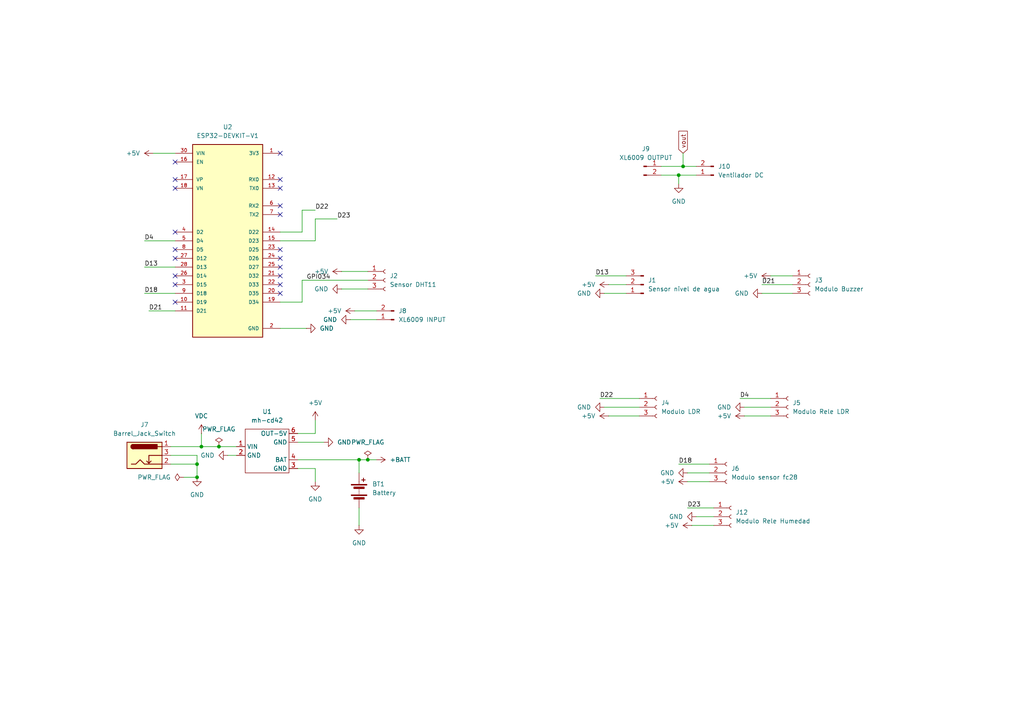
<source format=kicad_sch>
(kicad_sch
	(version 20250114)
	(generator "eeschema")
	(generator_version "9.0")
	(uuid "27cf0793-0fb4-48e0-831a-b23c41eefc23")
	(paper "A4")
	(lib_symbols
		(symbol "CD42:mh-cd42"
			(exclude_from_sim no)
			(in_bom yes)
			(on_board yes)
			(property "Reference" "U"
				(at 0 7.62 0)
				(effects
					(font
						(size 1.27 1.27)
					)
				)
			)
			(property "Value" "mh-cd42"
				(at 0 -7.62 0)
				(effects
					(font
						(size 1.27 1.27)
					)
				)
			)
			(property "Footprint" ""
				(at -1.27 5.08 0)
				(effects
					(font
						(size 1.27 1.27)
					)
					(hide yes)
				)
			)
			(property "Datasheet" ""
				(at -1.27 5.08 0)
				(effects
					(font
						(size 1.27 1.27)
					)
					(hide yes)
				)
			)
			(property "Description" ""
				(at 0 0 0)
				(effects
					(font
						(size 1.27 1.27)
					)
					(hide yes)
				)
			)
			(symbol "mh-cd42_0_1"
				(rectangle
					(start -6.35 6.35)
					(end 6.35 -6.35)
					(stroke
						(width 0)
						(type default)
					)
					(fill
						(type none)
					)
				)
			)
			(symbol "mh-cd42_1_1"
				(pin power_in line
					(at -8.89 1.27 0)
					(length 2.54)
					(name "VIN"
						(effects
							(font
								(size 1.27 1.27)
							)
						)
					)
					(number "1"
						(effects
							(font
								(size 1.27 1.27)
							)
						)
					)
				)
				(pin passive line
					(at -8.89 -1.27 0)
					(length 2.54)
					(name "GND"
						(effects
							(font
								(size 1.27 1.27)
							)
						)
					)
					(number "2"
						(effects
							(font
								(size 1.27 1.27)
							)
						)
					)
				)
				(pin power_out line
					(at 8.89 5.08 180)
					(length 2.54)
					(name "OUT-5V"
						(effects
							(font
								(size 1.27 1.27)
							)
						)
					)
					(number "6"
						(effects
							(font
								(size 1.27 1.27)
							)
						)
					)
				)
				(pin passive line
					(at 8.89 2.54 180)
					(length 2.54)
					(name "GND"
						(effects
							(font
								(size 1.27 1.27)
							)
						)
					)
					(number "5"
						(effects
							(font
								(size 1.27 1.27)
							)
						)
					)
				)
				(pin passive line
					(at 8.89 -2.54 180)
					(length 2.54)
					(name "BAT"
						(effects
							(font
								(size 1.27 1.27)
							)
						)
					)
					(number "4"
						(effects
							(font
								(size 1.27 1.27)
							)
						)
					)
				)
				(pin passive line
					(at 8.89 -5.08 180)
					(length 2.54)
					(name "GND"
						(effects
							(font
								(size 1.27 1.27)
							)
						)
					)
					(number "3"
						(effects
							(font
								(size 1.27 1.27)
							)
						)
					)
				)
			)
			(embedded_fonts no)
		)
		(symbol "Connector:Barrel_Jack_Switch"
			(pin_names
				(hide yes)
			)
			(exclude_from_sim no)
			(in_bom yes)
			(on_board yes)
			(property "Reference" "J"
				(at 0 5.334 0)
				(effects
					(font
						(size 1.27 1.27)
					)
				)
			)
			(property "Value" "Barrel_Jack_Switch"
				(at 0 -5.08 0)
				(effects
					(font
						(size 1.27 1.27)
					)
				)
			)
			(property "Footprint" ""
				(at 1.27 -1.016 0)
				(effects
					(font
						(size 1.27 1.27)
					)
					(hide yes)
				)
			)
			(property "Datasheet" "~"
				(at 1.27 -1.016 0)
				(effects
					(font
						(size 1.27 1.27)
					)
					(hide yes)
				)
			)
			(property "Description" "DC Barrel Jack with an internal switch"
				(at 0 0 0)
				(effects
					(font
						(size 1.27 1.27)
					)
					(hide yes)
				)
			)
			(property "ki_keywords" "DC power barrel jack connector"
				(at 0 0 0)
				(effects
					(font
						(size 1.27 1.27)
					)
					(hide yes)
				)
			)
			(property "ki_fp_filters" "BarrelJack*"
				(at 0 0 0)
				(effects
					(font
						(size 1.27 1.27)
					)
					(hide yes)
				)
			)
			(symbol "Barrel_Jack_Switch_0_1"
				(rectangle
					(start -5.08 3.81)
					(end 5.08 -3.81)
					(stroke
						(width 0.254)
						(type default)
					)
					(fill
						(type background)
					)
				)
				(polyline
					(pts
						(xy -3.81 -2.54) (xy -2.54 -2.54) (xy -1.27 -1.27) (xy 0 -2.54) (xy 2.54 -2.54) (xy 5.08 -2.54)
					)
					(stroke
						(width 0.254)
						(type default)
					)
					(fill
						(type none)
					)
				)
				(arc
					(start -3.302 1.905)
					(mid -3.9343 2.54)
					(end -3.302 3.175)
					(stroke
						(width 0.254)
						(type default)
					)
					(fill
						(type none)
					)
				)
				(arc
					(start -3.302 1.905)
					(mid -3.9343 2.54)
					(end -3.302 3.175)
					(stroke
						(width 0.254)
						(type default)
					)
					(fill
						(type outline)
					)
				)
				(polyline
					(pts
						(xy 1.27 -2.286) (xy 1.905 -1.651)
					)
					(stroke
						(width 0.254)
						(type default)
					)
					(fill
						(type none)
					)
				)
				(rectangle
					(start 3.683 3.175)
					(end -3.302 1.905)
					(stroke
						(width 0.254)
						(type default)
					)
					(fill
						(type outline)
					)
				)
				(polyline
					(pts
						(xy 5.08 2.54) (xy 3.81 2.54)
					)
					(stroke
						(width 0.254)
						(type default)
					)
					(fill
						(type none)
					)
				)
				(polyline
					(pts
						(xy 5.08 0) (xy 1.27 0) (xy 1.27 -2.286) (xy 0.635 -1.651)
					)
					(stroke
						(width 0.254)
						(type default)
					)
					(fill
						(type none)
					)
				)
			)
			(symbol "Barrel_Jack_Switch_1_1"
				(pin passive line
					(at 7.62 2.54 180)
					(length 2.54)
					(name "~"
						(effects
							(font
								(size 1.27 1.27)
							)
						)
					)
					(number "1"
						(effects
							(font
								(size 1.27 1.27)
							)
						)
					)
				)
				(pin passive line
					(at 7.62 0 180)
					(length 2.54)
					(name "~"
						(effects
							(font
								(size 1.27 1.27)
							)
						)
					)
					(number "3"
						(effects
							(font
								(size 1.27 1.27)
							)
						)
					)
				)
				(pin passive line
					(at 7.62 -2.54 180)
					(length 2.54)
					(name "~"
						(effects
							(font
								(size 1.27 1.27)
							)
						)
					)
					(number "2"
						(effects
							(font
								(size 1.27 1.27)
							)
						)
					)
				)
			)
			(embedded_fonts no)
		)
		(symbol "Connector:Conn_01x02_Pin"
			(pin_names
				(offset 1.016)
				(hide yes)
			)
			(exclude_from_sim no)
			(in_bom yes)
			(on_board yes)
			(property "Reference" "J"
				(at 0 2.54 0)
				(effects
					(font
						(size 1.27 1.27)
					)
				)
			)
			(property "Value" "Conn_01x02_Pin"
				(at 0 -5.08 0)
				(effects
					(font
						(size 1.27 1.27)
					)
				)
			)
			(property "Footprint" ""
				(at 0 0 0)
				(effects
					(font
						(size 1.27 1.27)
					)
					(hide yes)
				)
			)
			(property "Datasheet" "~"
				(at 0 0 0)
				(effects
					(font
						(size 1.27 1.27)
					)
					(hide yes)
				)
			)
			(property "Description" "Generic connector, single row, 01x02, script generated"
				(at 0 0 0)
				(effects
					(font
						(size 1.27 1.27)
					)
					(hide yes)
				)
			)
			(property "ki_locked" ""
				(at 0 0 0)
				(effects
					(font
						(size 1.27 1.27)
					)
				)
			)
			(property "ki_keywords" "connector"
				(at 0 0 0)
				(effects
					(font
						(size 1.27 1.27)
					)
					(hide yes)
				)
			)
			(property "ki_fp_filters" "Connector*:*_1x??_*"
				(at 0 0 0)
				(effects
					(font
						(size 1.27 1.27)
					)
					(hide yes)
				)
			)
			(symbol "Conn_01x02_Pin_1_1"
				(rectangle
					(start 0.8636 0.127)
					(end 0 -0.127)
					(stroke
						(width 0.1524)
						(type default)
					)
					(fill
						(type outline)
					)
				)
				(rectangle
					(start 0.8636 -2.413)
					(end 0 -2.667)
					(stroke
						(width 0.1524)
						(type default)
					)
					(fill
						(type outline)
					)
				)
				(polyline
					(pts
						(xy 1.27 0) (xy 0.8636 0)
					)
					(stroke
						(width 0.1524)
						(type default)
					)
					(fill
						(type none)
					)
				)
				(polyline
					(pts
						(xy 1.27 -2.54) (xy 0.8636 -2.54)
					)
					(stroke
						(width 0.1524)
						(type default)
					)
					(fill
						(type none)
					)
				)
				(pin passive line
					(at 5.08 0 180)
					(length 3.81)
					(name "Pin_1"
						(effects
							(font
								(size 1.27 1.27)
							)
						)
					)
					(number "1"
						(effects
							(font
								(size 1.27 1.27)
							)
						)
					)
				)
				(pin passive line
					(at 5.08 -2.54 180)
					(length 3.81)
					(name "Pin_2"
						(effects
							(font
								(size 1.27 1.27)
							)
						)
					)
					(number "2"
						(effects
							(font
								(size 1.27 1.27)
							)
						)
					)
				)
			)
			(embedded_fonts no)
		)
		(symbol "Connector:Conn_01x03_Pin"
			(pin_names
				(offset 1.016)
				(hide yes)
			)
			(exclude_from_sim no)
			(in_bom yes)
			(on_board yes)
			(property "Reference" "J"
				(at 0 5.08 0)
				(effects
					(font
						(size 1.27 1.27)
					)
				)
			)
			(property "Value" "Conn_01x03_Pin"
				(at 0 -5.08 0)
				(effects
					(font
						(size 1.27 1.27)
					)
				)
			)
			(property "Footprint" ""
				(at 0 0 0)
				(effects
					(font
						(size 1.27 1.27)
					)
					(hide yes)
				)
			)
			(property "Datasheet" "~"
				(at 0 0 0)
				(effects
					(font
						(size 1.27 1.27)
					)
					(hide yes)
				)
			)
			(property "Description" "Generic connector, single row, 01x03, script generated"
				(at 0 0 0)
				(effects
					(font
						(size 1.27 1.27)
					)
					(hide yes)
				)
			)
			(property "ki_locked" ""
				(at 0 0 0)
				(effects
					(font
						(size 1.27 1.27)
					)
				)
			)
			(property "ki_keywords" "connector"
				(at 0 0 0)
				(effects
					(font
						(size 1.27 1.27)
					)
					(hide yes)
				)
			)
			(property "ki_fp_filters" "Connector*:*_1x??_*"
				(at 0 0 0)
				(effects
					(font
						(size 1.27 1.27)
					)
					(hide yes)
				)
			)
			(symbol "Conn_01x03_Pin_1_1"
				(rectangle
					(start 0.8636 2.667)
					(end 0 2.413)
					(stroke
						(width 0.1524)
						(type default)
					)
					(fill
						(type outline)
					)
				)
				(rectangle
					(start 0.8636 0.127)
					(end 0 -0.127)
					(stroke
						(width 0.1524)
						(type default)
					)
					(fill
						(type outline)
					)
				)
				(rectangle
					(start 0.8636 -2.413)
					(end 0 -2.667)
					(stroke
						(width 0.1524)
						(type default)
					)
					(fill
						(type outline)
					)
				)
				(polyline
					(pts
						(xy 1.27 2.54) (xy 0.8636 2.54)
					)
					(stroke
						(width 0.1524)
						(type default)
					)
					(fill
						(type none)
					)
				)
				(polyline
					(pts
						(xy 1.27 0) (xy 0.8636 0)
					)
					(stroke
						(width 0.1524)
						(type default)
					)
					(fill
						(type none)
					)
				)
				(polyline
					(pts
						(xy 1.27 -2.54) (xy 0.8636 -2.54)
					)
					(stroke
						(width 0.1524)
						(type default)
					)
					(fill
						(type none)
					)
				)
				(pin passive line
					(at 5.08 2.54 180)
					(length 3.81)
					(name "Pin_1"
						(effects
							(font
								(size 1.27 1.27)
							)
						)
					)
					(number "1"
						(effects
							(font
								(size 1.27 1.27)
							)
						)
					)
				)
				(pin passive line
					(at 5.08 0 180)
					(length 3.81)
					(name "Pin_2"
						(effects
							(font
								(size 1.27 1.27)
							)
						)
					)
					(number "2"
						(effects
							(font
								(size 1.27 1.27)
							)
						)
					)
				)
				(pin passive line
					(at 5.08 -2.54 180)
					(length 3.81)
					(name "Pin_3"
						(effects
							(font
								(size 1.27 1.27)
							)
						)
					)
					(number "3"
						(effects
							(font
								(size 1.27 1.27)
							)
						)
					)
				)
			)
			(embedded_fonts no)
		)
		(symbol "Connector:Conn_01x03_Socket"
			(pin_names
				(offset 1.016)
				(hide yes)
			)
			(exclude_from_sim no)
			(in_bom yes)
			(on_board yes)
			(property "Reference" "J"
				(at 0 5.08 0)
				(effects
					(font
						(size 1.27 1.27)
					)
				)
			)
			(property "Value" "Conn_01x03_Socket"
				(at 0 -5.08 0)
				(effects
					(font
						(size 1.27 1.27)
					)
				)
			)
			(property "Footprint" ""
				(at 0 0 0)
				(effects
					(font
						(size 1.27 1.27)
					)
					(hide yes)
				)
			)
			(property "Datasheet" "~"
				(at 0 0 0)
				(effects
					(font
						(size 1.27 1.27)
					)
					(hide yes)
				)
			)
			(property "Description" "Generic connector, single row, 01x03, script generated"
				(at 0 0 0)
				(effects
					(font
						(size 1.27 1.27)
					)
					(hide yes)
				)
			)
			(property "ki_locked" ""
				(at 0 0 0)
				(effects
					(font
						(size 1.27 1.27)
					)
				)
			)
			(property "ki_keywords" "connector"
				(at 0 0 0)
				(effects
					(font
						(size 1.27 1.27)
					)
					(hide yes)
				)
			)
			(property "ki_fp_filters" "Connector*:*_1x??_*"
				(at 0 0 0)
				(effects
					(font
						(size 1.27 1.27)
					)
					(hide yes)
				)
			)
			(symbol "Conn_01x03_Socket_1_1"
				(polyline
					(pts
						(xy -1.27 2.54) (xy -0.508 2.54)
					)
					(stroke
						(width 0.1524)
						(type default)
					)
					(fill
						(type none)
					)
				)
				(polyline
					(pts
						(xy -1.27 0) (xy -0.508 0)
					)
					(stroke
						(width 0.1524)
						(type default)
					)
					(fill
						(type none)
					)
				)
				(polyline
					(pts
						(xy -1.27 -2.54) (xy -0.508 -2.54)
					)
					(stroke
						(width 0.1524)
						(type default)
					)
					(fill
						(type none)
					)
				)
				(arc
					(start 0 2.032)
					(mid -0.5058 2.54)
					(end 0 3.048)
					(stroke
						(width 0.1524)
						(type default)
					)
					(fill
						(type none)
					)
				)
				(arc
					(start 0 -0.508)
					(mid -0.5058 0)
					(end 0 0.508)
					(stroke
						(width 0.1524)
						(type default)
					)
					(fill
						(type none)
					)
				)
				(arc
					(start 0 -3.048)
					(mid -0.5058 -2.54)
					(end 0 -2.032)
					(stroke
						(width 0.1524)
						(type default)
					)
					(fill
						(type none)
					)
				)
				(pin passive line
					(at -5.08 2.54 0)
					(length 3.81)
					(name "Pin_1"
						(effects
							(font
								(size 1.27 1.27)
							)
						)
					)
					(number "1"
						(effects
							(font
								(size 1.27 1.27)
							)
						)
					)
				)
				(pin passive line
					(at -5.08 0 0)
					(length 3.81)
					(name "Pin_2"
						(effects
							(font
								(size 1.27 1.27)
							)
						)
					)
					(number "2"
						(effects
							(font
								(size 1.27 1.27)
							)
						)
					)
				)
				(pin passive line
					(at -5.08 -2.54 0)
					(length 3.81)
					(name "Pin_3"
						(effects
							(font
								(size 1.27 1.27)
							)
						)
					)
					(number "3"
						(effects
							(font
								(size 1.27 1.27)
							)
						)
					)
				)
			)
			(embedded_fonts no)
		)
		(symbol "Device:Battery"
			(pin_numbers
				(hide yes)
			)
			(pin_names
				(offset 0)
				(hide yes)
			)
			(exclude_from_sim no)
			(in_bom yes)
			(on_board yes)
			(property "Reference" "BT"
				(at 2.54 2.54 0)
				(effects
					(font
						(size 1.27 1.27)
					)
					(justify left)
				)
			)
			(property "Value" "Battery"
				(at 2.54 0 0)
				(effects
					(font
						(size 1.27 1.27)
					)
					(justify left)
				)
			)
			(property "Footprint" ""
				(at 0 1.524 90)
				(effects
					(font
						(size 1.27 1.27)
					)
					(hide yes)
				)
			)
			(property "Datasheet" "~"
				(at 0 1.524 90)
				(effects
					(font
						(size 1.27 1.27)
					)
					(hide yes)
				)
			)
			(property "Description" "Multiple-cell battery"
				(at 0 0 0)
				(effects
					(font
						(size 1.27 1.27)
					)
					(hide yes)
				)
			)
			(property "ki_keywords" "batt voltage-source cell"
				(at 0 0 0)
				(effects
					(font
						(size 1.27 1.27)
					)
					(hide yes)
				)
			)
			(symbol "Battery_0_1"
				(rectangle
					(start -2.286 1.778)
					(end 2.286 1.524)
					(stroke
						(width 0)
						(type default)
					)
					(fill
						(type outline)
					)
				)
				(rectangle
					(start -2.286 -1.27)
					(end 2.286 -1.524)
					(stroke
						(width 0)
						(type default)
					)
					(fill
						(type outline)
					)
				)
				(rectangle
					(start -1.524 1.016)
					(end 1.524 0.508)
					(stroke
						(width 0)
						(type default)
					)
					(fill
						(type outline)
					)
				)
				(rectangle
					(start -1.524 -2.032)
					(end 1.524 -2.54)
					(stroke
						(width 0)
						(type default)
					)
					(fill
						(type outline)
					)
				)
				(polyline
					(pts
						(xy 0 1.778) (xy 0 2.54)
					)
					(stroke
						(width 0)
						(type default)
					)
					(fill
						(type none)
					)
				)
				(polyline
					(pts
						(xy 0 0) (xy 0 0.254)
					)
					(stroke
						(width 0)
						(type default)
					)
					(fill
						(type none)
					)
				)
				(polyline
					(pts
						(xy 0 -0.508) (xy 0 -0.254)
					)
					(stroke
						(width 0)
						(type default)
					)
					(fill
						(type none)
					)
				)
				(polyline
					(pts
						(xy 0 -1.016) (xy 0 -0.762)
					)
					(stroke
						(width 0)
						(type default)
					)
					(fill
						(type none)
					)
				)
				(polyline
					(pts
						(xy 0.762 3.048) (xy 1.778 3.048)
					)
					(stroke
						(width 0.254)
						(type default)
					)
					(fill
						(type none)
					)
				)
				(polyline
					(pts
						(xy 1.27 3.556) (xy 1.27 2.54)
					)
					(stroke
						(width 0.254)
						(type default)
					)
					(fill
						(type none)
					)
				)
			)
			(symbol "Battery_1_1"
				(pin passive line
					(at 0 5.08 270)
					(length 2.54)
					(name "+"
						(effects
							(font
								(size 1.27 1.27)
							)
						)
					)
					(number "1"
						(effects
							(font
								(size 1.27 1.27)
							)
						)
					)
				)
				(pin passive line
					(at 0 -5.08 90)
					(length 2.54)
					(name "-"
						(effects
							(font
								(size 1.27 1.27)
							)
						)
					)
					(number "2"
						(effects
							(font
								(size 1.27 1.27)
							)
						)
					)
				)
			)
			(embedded_fonts no)
		)
		(symbol "ESP32-DEVKIT-V1:ESP32-DEVKIT-V1"
			(pin_names
				(offset 1.016)
			)
			(exclude_from_sim no)
			(in_bom yes)
			(on_board yes)
			(property "Reference" "U"
				(at -10.16 30.48 0)
				(effects
					(font
						(size 1.27 1.27)
					)
					(justify left top)
				)
			)
			(property "Value" "ESP32-DEVKIT-V1"
				(at -10.16 -30.48 0)
				(effects
					(font
						(size 1.27 1.27)
					)
					(justify left bottom)
				)
			)
			(property "Footprint" "ESP32-DEVKIT-V1:MODULE_ESP32_DEVKIT_V1"
				(at 0 0 0)
				(effects
					(font
						(size 1.27 1.27)
					)
					(justify bottom)
					(hide yes)
				)
			)
			(property "Datasheet" ""
				(at 0 0 0)
				(effects
					(font
						(size 1.27 1.27)
					)
					(hide yes)
				)
			)
			(property "Description" ""
				(at 0 0 0)
				(effects
					(font
						(size 1.27 1.27)
					)
					(hide yes)
				)
			)
			(property "MF" "Do it"
				(at 0 0 0)
				(effects
					(font
						(size 1.27 1.27)
					)
					(justify bottom)
					(hide yes)
				)
			)
			(property "MAXIMUM_PACKAGE_HEIGHT" "6.8 mm"
				(at 0 0 0)
				(effects
					(font
						(size 1.27 1.27)
					)
					(justify bottom)
					(hide yes)
				)
			)
			(property "Package" "None"
				(at 0 0 0)
				(effects
					(font
						(size 1.27 1.27)
					)
					(justify bottom)
					(hide yes)
				)
			)
			(property "Price" "None"
				(at 0 0 0)
				(effects
					(font
						(size 1.27 1.27)
					)
					(justify bottom)
					(hide yes)
				)
			)
			(property "Check_prices" "https://www.snapeda.com/parts/ESP32-DEVKIT-V1/Do+it/view-part/?ref=eda"
				(at 0 0 0)
				(effects
					(font
						(size 1.27 1.27)
					)
					(justify bottom)
					(hide yes)
				)
			)
			(property "STANDARD" "Manufacturer Recommendations"
				(at 0 0 0)
				(effects
					(font
						(size 1.27 1.27)
					)
					(justify bottom)
					(hide yes)
				)
			)
			(property "PARTREV" "N/A"
				(at 0 0 0)
				(effects
					(font
						(size 1.27 1.27)
					)
					(justify bottom)
					(hide yes)
				)
			)
			(property "SnapEDA_Link" "https://www.snapeda.com/parts/ESP32-DEVKIT-V1/Do+it/view-part/?ref=snap"
				(at 0 0 0)
				(effects
					(font
						(size 1.27 1.27)
					)
					(justify bottom)
					(hide yes)
				)
			)
			(property "MP" "ESP32-DEVKIT-V1"
				(at 0 0 0)
				(effects
					(font
						(size 1.27 1.27)
					)
					(justify bottom)
					(hide yes)
				)
			)
			(property "Description_1" "Dual core, Wi-Fi: 2.4 GHz up to 150 Mbits/s,BLE (Bluetooth Low Energy) and legacy Bluetooth, 32 bits, Up to 240 MHz"
				(at 0 0 0)
				(effects
					(font
						(size 1.27 1.27)
					)
					(justify bottom)
					(hide yes)
				)
			)
			(property "Availability" "Not in stock"
				(at 0 0 0)
				(effects
					(font
						(size 1.27 1.27)
					)
					(justify bottom)
					(hide yes)
				)
			)
			(property "MANUFACTURER" "DOIT"
				(at 0 0 0)
				(effects
					(font
						(size 1.27 1.27)
					)
					(justify bottom)
					(hide yes)
				)
			)
			(symbol "ESP32-DEVKIT-V1_0_0"
				(rectangle
					(start -10.16 -27.94)
					(end 10.16 27.94)
					(stroke
						(width 0.254)
						(type default)
					)
					(fill
						(type background)
					)
				)
				(pin input line
					(at -15.24 25.4 0)
					(length 5.08)
					(name "VIN"
						(effects
							(font
								(size 1.016 1.016)
							)
						)
					)
					(number "30"
						(effects
							(font
								(size 1.016 1.016)
							)
						)
					)
				)
				(pin input line
					(at -15.24 22.86 0)
					(length 5.08)
					(name "EN"
						(effects
							(font
								(size 1.016 1.016)
							)
						)
					)
					(number "16"
						(effects
							(font
								(size 1.016 1.016)
							)
						)
					)
				)
				(pin bidirectional line
					(at -15.24 17.78 0)
					(length 5.08)
					(name "VP"
						(effects
							(font
								(size 1.016 1.016)
							)
						)
					)
					(number "17"
						(effects
							(font
								(size 1.016 1.016)
							)
						)
					)
				)
				(pin bidirectional line
					(at -15.24 15.24 0)
					(length 5.08)
					(name "VN"
						(effects
							(font
								(size 1.016 1.016)
							)
						)
					)
					(number "18"
						(effects
							(font
								(size 1.016 1.016)
							)
						)
					)
				)
				(pin bidirectional line
					(at -15.24 2.54 0)
					(length 5.08)
					(name "D2"
						(effects
							(font
								(size 1.016 1.016)
							)
						)
					)
					(number "4"
						(effects
							(font
								(size 1.016 1.016)
							)
						)
					)
				)
				(pin bidirectional line
					(at -15.24 0 0)
					(length 5.08)
					(name "D4"
						(effects
							(font
								(size 1.016 1.016)
							)
						)
					)
					(number "5"
						(effects
							(font
								(size 1.016 1.016)
							)
						)
					)
				)
				(pin bidirectional line
					(at -15.24 -2.54 0)
					(length 5.08)
					(name "D5"
						(effects
							(font
								(size 1.016 1.016)
							)
						)
					)
					(number "8"
						(effects
							(font
								(size 1.016 1.016)
							)
						)
					)
				)
				(pin bidirectional line
					(at -15.24 -5.08 0)
					(length 5.08)
					(name "D12"
						(effects
							(font
								(size 1.016 1.016)
							)
						)
					)
					(number "27"
						(effects
							(font
								(size 1.016 1.016)
							)
						)
					)
				)
				(pin bidirectional line
					(at -15.24 -7.62 0)
					(length 5.08)
					(name "D13"
						(effects
							(font
								(size 1.016 1.016)
							)
						)
					)
					(number "28"
						(effects
							(font
								(size 1.016 1.016)
							)
						)
					)
				)
				(pin bidirectional line
					(at -15.24 -10.16 0)
					(length 5.08)
					(name "D14"
						(effects
							(font
								(size 1.016 1.016)
							)
						)
					)
					(number "26"
						(effects
							(font
								(size 1.016 1.016)
							)
						)
					)
				)
				(pin bidirectional line
					(at -15.24 -12.7 0)
					(length 5.08)
					(name "D15"
						(effects
							(font
								(size 1.016 1.016)
							)
						)
					)
					(number "3"
						(effects
							(font
								(size 1.016 1.016)
							)
						)
					)
				)
				(pin bidirectional line
					(at -15.24 -15.24 0)
					(length 5.08)
					(name "D18"
						(effects
							(font
								(size 1.016 1.016)
							)
						)
					)
					(number "9"
						(effects
							(font
								(size 1.016 1.016)
							)
						)
					)
				)
				(pin bidirectional line
					(at -15.24 -17.78 0)
					(length 5.08)
					(name "D19"
						(effects
							(font
								(size 1.016 1.016)
							)
						)
					)
					(number "10"
						(effects
							(font
								(size 1.016 1.016)
							)
						)
					)
				)
				(pin bidirectional line
					(at -15.24 -20.32 0)
					(length 5.08)
					(name "D21"
						(effects
							(font
								(size 1.016 1.016)
							)
						)
					)
					(number "11"
						(effects
							(font
								(size 1.016 1.016)
							)
						)
					)
				)
				(pin output line
					(at 15.24 25.4 180)
					(length 5.08)
					(name "3V3"
						(effects
							(font
								(size 1.016 1.016)
							)
						)
					)
					(number "1"
						(effects
							(font
								(size 1.016 1.016)
							)
						)
					)
				)
				(pin input line
					(at 15.24 17.78 180)
					(length 5.08)
					(name "RX0"
						(effects
							(font
								(size 1.016 1.016)
							)
						)
					)
					(number "12"
						(effects
							(font
								(size 1.016 1.016)
							)
						)
					)
				)
				(pin output line
					(at 15.24 15.24 180)
					(length 5.08)
					(name "TX0"
						(effects
							(font
								(size 1.016 1.016)
							)
						)
					)
					(number "13"
						(effects
							(font
								(size 1.016 1.016)
							)
						)
					)
				)
				(pin input line
					(at 15.24 10.16 180)
					(length 5.08)
					(name "RX2"
						(effects
							(font
								(size 1.016 1.016)
							)
						)
					)
					(number "6"
						(effects
							(font
								(size 1.016 1.016)
							)
						)
					)
				)
				(pin output line
					(at 15.24 7.62 180)
					(length 5.08)
					(name "TX2"
						(effects
							(font
								(size 1.016 1.016)
							)
						)
					)
					(number "7"
						(effects
							(font
								(size 1.016 1.016)
							)
						)
					)
				)
				(pin bidirectional line
					(at 15.24 2.54 180)
					(length 5.08)
					(name "D22"
						(effects
							(font
								(size 1.016 1.016)
							)
						)
					)
					(number "14"
						(effects
							(font
								(size 1.016 1.016)
							)
						)
					)
				)
				(pin bidirectional line
					(at 15.24 0 180)
					(length 5.08)
					(name "D23"
						(effects
							(font
								(size 1.016 1.016)
							)
						)
					)
					(number "15"
						(effects
							(font
								(size 1.016 1.016)
							)
						)
					)
				)
				(pin bidirectional line
					(at 15.24 -2.54 180)
					(length 5.08)
					(name "D25"
						(effects
							(font
								(size 1.016 1.016)
							)
						)
					)
					(number "23"
						(effects
							(font
								(size 1.016 1.016)
							)
						)
					)
				)
				(pin bidirectional line
					(at 15.24 -5.08 180)
					(length 5.08)
					(name "D26"
						(effects
							(font
								(size 1.016 1.016)
							)
						)
					)
					(number "24"
						(effects
							(font
								(size 1.016 1.016)
							)
						)
					)
				)
				(pin bidirectional line
					(at 15.24 -7.62 180)
					(length 5.08)
					(name "D27"
						(effects
							(font
								(size 1.016 1.016)
							)
						)
					)
					(number "25"
						(effects
							(font
								(size 1.016 1.016)
							)
						)
					)
				)
				(pin bidirectional line
					(at 15.24 -10.16 180)
					(length 5.08)
					(name "D32"
						(effects
							(font
								(size 1.016 1.016)
							)
						)
					)
					(number "21"
						(effects
							(font
								(size 1.016 1.016)
							)
						)
					)
				)
				(pin bidirectional line
					(at 15.24 -12.7 180)
					(length 5.08)
					(name "D33"
						(effects
							(font
								(size 1.016 1.016)
							)
						)
					)
					(number "22"
						(effects
							(font
								(size 1.016 1.016)
							)
						)
					)
				)
				(pin bidirectional line
					(at 15.24 -15.24 180)
					(length 5.08)
					(name "D35"
						(effects
							(font
								(size 1.016 1.016)
							)
						)
					)
					(number "20"
						(effects
							(font
								(size 1.016 1.016)
							)
						)
					)
				)
				(pin bidirectional line
					(at 15.24 -17.78 180)
					(length 5.08)
					(name "D34"
						(effects
							(font
								(size 1.016 1.016)
							)
						)
					)
					(number "19"
						(effects
							(font
								(size 1.016 1.016)
							)
						)
					)
				)
				(pin power_in line
					(at 15.24 -25.4 180)
					(length 5.08)
					(name "GND"
						(effects
							(font
								(size 1.016 1.016)
							)
						)
					)
					(number "2"
						(effects
							(font
								(size 1.016 1.016)
							)
						)
					)
				)
				(pin power_in line
					(at 15.24 -25.4 180)
					(length 5.08)
					(hide yes)
					(name "GND"
						(effects
							(font
								(size 1.016 1.016)
							)
						)
					)
					(number "29"
						(effects
							(font
								(size 1.016 1.016)
							)
						)
					)
				)
			)
			(embedded_fonts no)
		)
		(symbol "power:+5V"
			(power)
			(pin_numbers
				(hide yes)
			)
			(pin_names
				(offset 0)
				(hide yes)
			)
			(exclude_from_sim no)
			(in_bom yes)
			(on_board yes)
			(property "Reference" "#PWR"
				(at 0 -3.81 0)
				(effects
					(font
						(size 1.27 1.27)
					)
					(hide yes)
				)
			)
			(property "Value" "+5V"
				(at 0 3.556 0)
				(effects
					(font
						(size 1.27 1.27)
					)
				)
			)
			(property "Footprint" ""
				(at 0 0 0)
				(effects
					(font
						(size 1.27 1.27)
					)
					(hide yes)
				)
			)
			(property "Datasheet" ""
				(at 0 0 0)
				(effects
					(font
						(size 1.27 1.27)
					)
					(hide yes)
				)
			)
			(property "Description" "Power symbol creates a global label with name \"+5V\""
				(at 0 0 0)
				(effects
					(font
						(size 1.27 1.27)
					)
					(hide yes)
				)
			)
			(property "ki_keywords" "global power"
				(at 0 0 0)
				(effects
					(font
						(size 1.27 1.27)
					)
					(hide yes)
				)
			)
			(symbol "+5V_0_1"
				(polyline
					(pts
						(xy -0.762 1.27) (xy 0 2.54)
					)
					(stroke
						(width 0)
						(type default)
					)
					(fill
						(type none)
					)
				)
				(polyline
					(pts
						(xy 0 2.54) (xy 0.762 1.27)
					)
					(stroke
						(width 0)
						(type default)
					)
					(fill
						(type none)
					)
				)
				(polyline
					(pts
						(xy 0 0) (xy 0 2.54)
					)
					(stroke
						(width 0)
						(type default)
					)
					(fill
						(type none)
					)
				)
			)
			(symbol "+5V_1_1"
				(pin power_in line
					(at 0 0 90)
					(length 0)
					(name "~"
						(effects
							(font
								(size 1.27 1.27)
							)
						)
					)
					(number "1"
						(effects
							(font
								(size 1.27 1.27)
							)
						)
					)
				)
			)
			(embedded_fonts no)
		)
		(symbol "power:+BATT"
			(power)
			(pin_numbers
				(hide yes)
			)
			(pin_names
				(offset 0)
				(hide yes)
			)
			(exclude_from_sim no)
			(in_bom yes)
			(on_board yes)
			(property "Reference" "#PWR"
				(at 0 -3.81 0)
				(effects
					(font
						(size 1.27 1.27)
					)
					(hide yes)
				)
			)
			(property "Value" "+BATT"
				(at 0 3.556 0)
				(effects
					(font
						(size 1.27 1.27)
					)
				)
			)
			(property "Footprint" ""
				(at 0 0 0)
				(effects
					(font
						(size 1.27 1.27)
					)
					(hide yes)
				)
			)
			(property "Datasheet" ""
				(at 0 0 0)
				(effects
					(font
						(size 1.27 1.27)
					)
					(hide yes)
				)
			)
			(property "Description" "Power symbol creates a global label with name \"+BATT\""
				(at 0 0 0)
				(effects
					(font
						(size 1.27 1.27)
					)
					(hide yes)
				)
			)
			(property "ki_keywords" "global power battery"
				(at 0 0 0)
				(effects
					(font
						(size 1.27 1.27)
					)
					(hide yes)
				)
			)
			(symbol "+BATT_0_1"
				(polyline
					(pts
						(xy -0.762 1.27) (xy 0 2.54)
					)
					(stroke
						(width 0)
						(type default)
					)
					(fill
						(type none)
					)
				)
				(polyline
					(pts
						(xy 0 2.54) (xy 0.762 1.27)
					)
					(stroke
						(width 0)
						(type default)
					)
					(fill
						(type none)
					)
				)
				(polyline
					(pts
						(xy 0 0) (xy 0 2.54)
					)
					(stroke
						(width 0)
						(type default)
					)
					(fill
						(type none)
					)
				)
			)
			(symbol "+BATT_1_1"
				(pin power_in line
					(at 0 0 90)
					(length 0)
					(name "~"
						(effects
							(font
								(size 1.27 1.27)
							)
						)
					)
					(number "1"
						(effects
							(font
								(size 1.27 1.27)
							)
						)
					)
				)
			)
			(embedded_fonts no)
		)
		(symbol "power:GND"
			(power)
			(pin_numbers
				(hide yes)
			)
			(pin_names
				(offset 0)
				(hide yes)
			)
			(exclude_from_sim no)
			(in_bom yes)
			(on_board yes)
			(property "Reference" "#PWR"
				(at 0 -6.35 0)
				(effects
					(font
						(size 1.27 1.27)
					)
					(hide yes)
				)
			)
			(property "Value" "GND"
				(at 0 -3.81 0)
				(effects
					(font
						(size 1.27 1.27)
					)
				)
			)
			(property "Footprint" ""
				(at 0 0 0)
				(effects
					(font
						(size 1.27 1.27)
					)
					(hide yes)
				)
			)
			(property "Datasheet" ""
				(at 0 0 0)
				(effects
					(font
						(size 1.27 1.27)
					)
					(hide yes)
				)
			)
			(property "Description" "Power symbol creates a global label with name \"GND\" , ground"
				(at 0 0 0)
				(effects
					(font
						(size 1.27 1.27)
					)
					(hide yes)
				)
			)
			(property "ki_keywords" "global power"
				(at 0 0 0)
				(effects
					(font
						(size 1.27 1.27)
					)
					(hide yes)
				)
			)
			(symbol "GND_0_1"
				(polyline
					(pts
						(xy 0 0) (xy 0 -1.27) (xy 1.27 -1.27) (xy 0 -2.54) (xy -1.27 -1.27) (xy 0 -1.27)
					)
					(stroke
						(width 0)
						(type default)
					)
					(fill
						(type none)
					)
				)
			)
			(symbol "GND_1_1"
				(pin power_in line
					(at 0 0 270)
					(length 0)
					(name "~"
						(effects
							(font
								(size 1.27 1.27)
							)
						)
					)
					(number "1"
						(effects
							(font
								(size 1.27 1.27)
							)
						)
					)
				)
			)
			(embedded_fonts no)
		)
		(symbol "power:PWR_FLAG"
			(power)
			(pin_numbers
				(hide yes)
			)
			(pin_names
				(offset 0)
				(hide yes)
			)
			(exclude_from_sim no)
			(in_bom yes)
			(on_board yes)
			(property "Reference" "#FLG"
				(at 0 1.905 0)
				(effects
					(font
						(size 1.27 1.27)
					)
					(hide yes)
				)
			)
			(property "Value" "PWR_FLAG"
				(at 0 3.81 0)
				(effects
					(font
						(size 1.27 1.27)
					)
				)
			)
			(property "Footprint" ""
				(at 0 0 0)
				(effects
					(font
						(size 1.27 1.27)
					)
					(hide yes)
				)
			)
			(property "Datasheet" "~"
				(at 0 0 0)
				(effects
					(font
						(size 1.27 1.27)
					)
					(hide yes)
				)
			)
			(property "Description" "Special symbol for telling ERC where power comes from"
				(at 0 0 0)
				(effects
					(font
						(size 1.27 1.27)
					)
					(hide yes)
				)
			)
			(property "ki_keywords" "flag power"
				(at 0 0 0)
				(effects
					(font
						(size 1.27 1.27)
					)
					(hide yes)
				)
			)
			(symbol "PWR_FLAG_0_0"
				(pin power_out line
					(at 0 0 90)
					(length 0)
					(name "~"
						(effects
							(font
								(size 1.27 1.27)
							)
						)
					)
					(number "1"
						(effects
							(font
								(size 1.27 1.27)
							)
						)
					)
				)
			)
			(symbol "PWR_FLAG_0_1"
				(polyline
					(pts
						(xy 0 0) (xy 0 1.27) (xy -1.016 1.905) (xy 0 2.54) (xy 1.016 1.905) (xy 0 1.27)
					)
					(stroke
						(width 0)
						(type default)
					)
					(fill
						(type none)
					)
				)
			)
			(embedded_fonts no)
		)
		(symbol "power:VDC"
			(power)
			(pin_numbers
				(hide yes)
			)
			(pin_names
				(offset 0)
				(hide yes)
			)
			(exclude_from_sim no)
			(in_bom yes)
			(on_board yes)
			(property "Reference" "#PWR"
				(at 0 -3.81 0)
				(effects
					(font
						(size 1.27 1.27)
					)
					(hide yes)
				)
			)
			(property "Value" "VDC"
				(at 0 3.556 0)
				(effects
					(font
						(size 1.27 1.27)
					)
				)
			)
			(property "Footprint" ""
				(at 0 0 0)
				(effects
					(font
						(size 1.27 1.27)
					)
					(hide yes)
				)
			)
			(property "Datasheet" ""
				(at 0 0 0)
				(effects
					(font
						(size 1.27 1.27)
					)
					(hide yes)
				)
			)
			(property "Description" "Power symbol creates a global label with name \"VDC\""
				(at 0 0 0)
				(effects
					(font
						(size 1.27 1.27)
					)
					(hide yes)
				)
			)
			(property "ki_keywords" "global power"
				(at 0 0 0)
				(effects
					(font
						(size 1.27 1.27)
					)
					(hide yes)
				)
			)
			(symbol "VDC_0_1"
				(polyline
					(pts
						(xy -0.762 1.27) (xy 0 2.54)
					)
					(stroke
						(width 0)
						(type default)
					)
					(fill
						(type none)
					)
				)
				(polyline
					(pts
						(xy 0 2.54) (xy 0.762 1.27)
					)
					(stroke
						(width 0)
						(type default)
					)
					(fill
						(type none)
					)
				)
				(polyline
					(pts
						(xy 0 0) (xy 0 2.54)
					)
					(stroke
						(width 0)
						(type default)
					)
					(fill
						(type none)
					)
				)
			)
			(symbol "VDC_1_1"
				(pin power_in line
					(at 0 0 90)
					(length 0)
					(name "~"
						(effects
							(font
								(size 1.27 1.27)
							)
						)
					)
					(number "1"
						(effects
							(font
								(size 1.27 1.27)
							)
						)
					)
				)
			)
			(embedded_fonts no)
		)
	)
	(junction
		(at 57.15 138.43)
		(diameter 0)
		(color 0 0 0 0)
		(uuid "0cfac713-7653-4b1a-9b72-40018c48e1e1")
	)
	(junction
		(at 57.15 134.62)
		(diameter 0)
		(color 0 0 0 0)
		(uuid "22e8e361-ced8-4954-a682-c63614ea8f5f")
	)
	(junction
		(at 198.12 48.26)
		(diameter 0)
		(color 0 0 0 0)
		(uuid "4907ce45-a979-440f-9f6b-3683a88aae9a")
	)
	(junction
		(at 63.5 129.54)
		(diameter 0)
		(color 0 0 0 0)
		(uuid "955e5cd3-d32e-4be7-a25c-38efeaac6a44")
	)
	(junction
		(at 196.85 50.8)
		(diameter 0)
		(color 0 0 0 0)
		(uuid "959f59e7-2c9e-492f-9ce9-45f3fc97ac67")
	)
	(junction
		(at 58.42 129.54)
		(diameter 0)
		(color 0 0 0 0)
		(uuid "da72f0dd-2858-41d7-9026-010ff1a10baa")
	)
	(junction
		(at 106.68 133.35)
		(diameter 0)
		(color 0 0 0 0)
		(uuid "f35000d4-8ead-40ce-a5e4-e43a449c8afd")
	)
	(junction
		(at 104.14 133.35)
		(diameter 0)
		(color 0 0 0 0)
		(uuid "fefa5fa9-69ec-42f4-b5ed-a69591ae5308")
	)
	(no_connect
		(at 81.28 80.01)
		(uuid "20cc6492-46c0-4312-9466-9b038d80c83e")
	)
	(no_connect
		(at 50.8 54.61)
		(uuid "29e3c939-abcd-4bde-a5a6-ea4580460bfc")
	)
	(no_connect
		(at 50.8 87.63)
		(uuid "2bf959d7-a19e-404b-9cf5-1644cd71314f")
	)
	(no_connect
		(at 50.8 74.93)
		(uuid "3acc6e5c-61ad-4d5a-bef8-a93a85ed8db1")
	)
	(no_connect
		(at 50.8 82.55)
		(uuid "3cc637de-bc25-4b7b-aa53-b6dbe5d2c2d7")
	)
	(no_connect
		(at 50.8 67.31)
		(uuid "42edad06-673e-4b8a-8b87-19749a188fa2")
	)
	(no_connect
		(at 50.8 46.99)
		(uuid "54fe7860-bfb2-4d07-b102-e51dbe3f16e2")
	)
	(no_connect
		(at 81.28 82.55)
		(uuid "5967e20d-47ed-43bb-874a-eee1041c6327")
	)
	(no_connect
		(at 81.28 74.93)
		(uuid "60485adb-db6d-4bd0-a7b8-f2c971d356d8")
	)
	(no_connect
		(at 81.28 85.09)
		(uuid "629c87e6-7120-4b4d-b2fa-00ef24308106")
	)
	(no_connect
		(at 81.28 77.47)
		(uuid "66306331-b6c2-4985-add8-fc1f767f26b7")
	)
	(no_connect
		(at 81.28 59.69)
		(uuid "6643e185-f3e2-4275-bf56-aafb29e6a968")
	)
	(no_connect
		(at 50.8 72.39)
		(uuid "9502755a-52c6-43f7-a366-b81b5acf69a1")
	)
	(no_connect
		(at 81.28 44.45)
		(uuid "9939716d-0362-4d93-98be-a13993167a50")
	)
	(no_connect
		(at 81.28 54.61)
		(uuid "cef60c91-e0cd-4de1-8b60-62f8ebdce646")
	)
	(no_connect
		(at 50.8 52.07)
		(uuid "df0f171a-4534-42e1-bfbc-f1f0c2cd928e")
	)
	(no_connect
		(at 50.8 80.01)
		(uuid "df53b75f-42fe-4135-82e2-d4e99a08fb28")
	)
	(no_connect
		(at 81.28 72.39)
		(uuid "eeb1b580-a926-487d-b879-503d80aa61c7")
	)
	(no_connect
		(at 81.28 52.07)
		(uuid "fd2e48e9-4ef7-4b90-bbf8-a473dd84649d")
	)
	(no_connect
		(at 81.28 62.23)
		(uuid "ff0361c4-bcd9-4a96-b762-08ce05951ccb")
	)
	(wire
		(pts
			(xy 53.34 138.43) (xy 57.15 138.43)
		)
		(stroke
			(width 0)
			(type default)
		)
		(uuid "00f44fb6-9629-4ebd-80a2-99adbd7c2779")
	)
	(wire
		(pts
			(xy 104.14 147.32) (xy 104.14 152.4)
		)
		(stroke
			(width 0)
			(type default)
		)
		(uuid "0b918bdd-2ec5-4acd-8e02-b0a440bfe83a")
	)
	(wire
		(pts
			(xy 58.42 129.54) (xy 63.5 129.54)
		)
		(stroke
			(width 0)
			(type default)
		)
		(uuid "0f4c05f7-1a5a-4f40-b9ea-0f8427d93a88")
	)
	(wire
		(pts
			(xy 66.04 132.08) (xy 68.58 132.08)
		)
		(stroke
			(width 0)
			(type default)
		)
		(uuid "0f4e514e-4558-4b4b-b430-d27947e33635")
	)
	(wire
		(pts
			(xy 97.79 63.5) (xy 91.44 63.5)
		)
		(stroke
			(width 0)
			(type default)
		)
		(uuid "16a6d8b4-5e1d-4eee-8eb9-5a87b2383b1f")
	)
	(wire
		(pts
			(xy 57.15 132.08) (xy 57.15 134.62)
		)
		(stroke
			(width 0)
			(type default)
		)
		(uuid "1cb545b6-9871-4092-b6aa-32dbadd1b8dd")
	)
	(wire
		(pts
			(xy 99.06 78.74) (xy 106.68 78.74)
		)
		(stroke
			(width 0)
			(type default)
		)
		(uuid "259ed2d3-b5a3-4b9e-bc05-55703475b3c5")
	)
	(wire
		(pts
			(xy 176.53 82.55) (xy 181.61 82.55)
		)
		(stroke
			(width 0)
			(type default)
		)
		(uuid "382747c8-d32b-48f7-baeb-4e62073c32f5")
	)
	(wire
		(pts
			(xy 198.12 48.26) (xy 201.93 48.26)
		)
		(stroke
			(width 0)
			(type default)
		)
		(uuid "38c0cc3e-7e72-406c-bbbc-95acf88c20b3")
	)
	(wire
		(pts
			(xy 176.53 120.65) (xy 185.42 120.65)
		)
		(stroke
			(width 0)
			(type default)
		)
		(uuid "42a669df-f4fe-4d73-a70c-99f78506ed94")
	)
	(wire
		(pts
			(xy 91.44 125.73) (xy 86.36 125.73)
		)
		(stroke
			(width 0)
			(type default)
		)
		(uuid "44190cf3-afe2-4aea-a499-9fb7ff3aa41d")
	)
	(wire
		(pts
			(xy 191.77 48.26) (xy 198.12 48.26)
		)
		(stroke
			(width 0)
			(type default)
		)
		(uuid "47dbc58e-19a1-482e-b2c0-2a4d06a210ce")
	)
	(wire
		(pts
			(xy 199.39 137.16) (xy 205.74 137.16)
		)
		(stroke
			(width 0)
			(type default)
		)
		(uuid "4821babf-eeb0-437e-8152-8000f6252123")
	)
	(wire
		(pts
			(xy 215.9 120.65) (xy 223.52 120.65)
		)
		(stroke
			(width 0)
			(type default)
		)
		(uuid "4d6762d7-cd04-46b3-b274-ccead1a9abd2")
	)
	(wire
		(pts
			(xy 87.63 67.31) (xy 81.28 67.31)
		)
		(stroke
			(width 0)
			(type default)
		)
		(uuid "52ed2297-4d09-4d88-a046-49406ff62028")
	)
	(wire
		(pts
			(xy 196.85 53.34) (xy 196.85 50.8)
		)
		(stroke
			(width 0)
			(type default)
		)
		(uuid "534f1e62-4da9-4b7d-b1fd-1876a0828bae")
	)
	(wire
		(pts
			(xy 91.44 69.85) (xy 81.28 69.85)
		)
		(stroke
			(width 0)
			(type default)
		)
		(uuid "5452a8a1-3064-494e-9716-6e9041f8ea3b")
	)
	(wire
		(pts
			(xy 87.63 87.63) (xy 81.28 87.63)
		)
		(stroke
			(width 0)
			(type default)
		)
		(uuid "5a9bc392-103d-481a-a7d4-78c954e02c2f")
	)
	(wire
		(pts
			(xy 172.72 80.01) (xy 181.61 80.01)
		)
		(stroke
			(width 0)
			(type default)
		)
		(uuid "5b1406e4-94f4-4e72-85d3-1c3935b17ae3")
	)
	(wire
		(pts
			(xy 41.91 85.09) (xy 50.8 85.09)
		)
		(stroke
			(width 0)
			(type default)
		)
		(uuid "5c03bccd-6172-4380-81a2-93cfa555fae1")
	)
	(wire
		(pts
			(xy 49.53 134.62) (xy 57.15 134.62)
		)
		(stroke
			(width 0)
			(type default)
		)
		(uuid "5f19aa0e-b134-4bc1-8504-aa798ab5a422")
	)
	(wire
		(pts
			(xy 87.63 81.28) (xy 87.63 87.63)
		)
		(stroke
			(width 0)
			(type default)
		)
		(uuid "61823307-57dc-4d0e-8b83-251305c9115d")
	)
	(wire
		(pts
			(xy 214.63 115.57) (xy 223.52 115.57)
		)
		(stroke
			(width 0)
			(type default)
		)
		(uuid "61ae597d-ab58-402f-9fc6-cce03ecd4a5e")
	)
	(wire
		(pts
			(xy 81.28 95.25) (xy 88.9 95.25)
		)
		(stroke
			(width 0)
			(type default)
		)
		(uuid "64ece56b-5f54-4157-86dc-db4d51510fb2")
	)
	(wire
		(pts
			(xy 173.99 115.57) (xy 185.42 115.57)
		)
		(stroke
			(width 0)
			(type default)
		)
		(uuid "66bff06a-62c9-4486-ac8c-9c3a3fee78f8")
	)
	(wire
		(pts
			(xy 43.18 90.17) (xy 50.8 90.17)
		)
		(stroke
			(width 0)
			(type default)
		)
		(uuid "67f2eaa2-8ce8-4cc1-bf18-66e5812c56fb")
	)
	(wire
		(pts
			(xy 215.9 118.11) (xy 223.52 118.11)
		)
		(stroke
			(width 0)
			(type default)
		)
		(uuid "69950e4c-1f7d-49e4-8727-3b1f03a69fac")
	)
	(wire
		(pts
			(xy 200.66 152.4) (xy 207.01 152.4)
		)
		(stroke
			(width 0)
			(type default)
		)
		(uuid "6b99b2b3-f9d5-47d2-923d-90ab0d2eb805")
	)
	(wire
		(pts
			(xy 58.42 125.73) (xy 58.42 129.54)
		)
		(stroke
			(width 0)
			(type default)
		)
		(uuid "70c9e103-ce4e-4f59-b2a5-a5681ee6b502")
	)
	(wire
		(pts
			(xy 106.68 133.35) (xy 109.22 133.35)
		)
		(stroke
			(width 0)
			(type default)
		)
		(uuid "76666980-9c9e-48b2-958f-e301f35e495d")
	)
	(wire
		(pts
			(xy 199.39 147.32) (xy 207.01 147.32)
		)
		(stroke
			(width 0)
			(type default)
		)
		(uuid "770929f7-9649-4296-9059-1d0344de8c48")
	)
	(wire
		(pts
			(xy 91.44 121.92) (xy 91.44 125.73)
		)
		(stroke
			(width 0)
			(type default)
		)
		(uuid "7942dbd3-de00-4033-835a-8bdef5c217b1")
	)
	(wire
		(pts
			(xy 196.85 50.8) (xy 201.93 50.8)
		)
		(stroke
			(width 0)
			(type default)
		)
		(uuid "7f22e996-2af3-48a1-8e09-82f0967512df")
	)
	(wire
		(pts
			(xy 41.91 69.85) (xy 50.8 69.85)
		)
		(stroke
			(width 0)
			(type default)
		)
		(uuid "821e0b67-33a8-457a-84da-61232ce02f57")
	)
	(wire
		(pts
			(xy 102.87 90.17) (xy 109.22 90.17)
		)
		(stroke
			(width 0)
			(type default)
		)
		(uuid "83ea3761-529d-4fe6-bf03-aec32fec5619")
	)
	(wire
		(pts
			(xy 49.53 132.08) (xy 57.15 132.08)
		)
		(stroke
			(width 0)
			(type default)
		)
		(uuid "845ef9f1-ed80-477a-b3e7-41662ba9f914")
	)
	(wire
		(pts
			(xy 91.44 135.89) (xy 86.36 135.89)
		)
		(stroke
			(width 0)
			(type default)
		)
		(uuid "86508c4c-3384-4cc2-b4fa-1258bf00cdba")
	)
	(wire
		(pts
			(xy 91.44 60.96) (xy 87.63 60.96)
		)
		(stroke
			(width 0)
			(type default)
		)
		(uuid "8abe5fa1-7e99-47d0-8be6-d4a52b02d1b7")
	)
	(wire
		(pts
			(xy 198.12 44.45) (xy 198.12 48.26)
		)
		(stroke
			(width 0)
			(type default)
		)
		(uuid "91b5cc2a-11ec-4c59-ac5a-2ce7aba15a4e")
	)
	(wire
		(pts
			(xy 99.06 83.82) (xy 106.68 83.82)
		)
		(stroke
			(width 0)
			(type default)
		)
		(uuid "928d32f5-f61d-465f-b012-8b99bfaa4838")
	)
	(wire
		(pts
			(xy 199.39 139.7) (xy 205.74 139.7)
		)
		(stroke
			(width 0)
			(type default)
		)
		(uuid "966c60c9-14d4-406e-bb94-bc97cb3d6ddd")
	)
	(wire
		(pts
			(xy 86.36 128.27) (xy 93.98 128.27)
		)
		(stroke
			(width 0)
			(type default)
		)
		(uuid "981203f1-78d6-4786-99d2-6465ac349c94")
	)
	(wire
		(pts
			(xy 87.63 60.96) (xy 87.63 67.31)
		)
		(stroke
			(width 0)
			(type default)
		)
		(uuid "9f80c0ac-6552-4c26-b359-579f43d5a6c8")
	)
	(wire
		(pts
			(xy 220.98 82.55) (xy 229.87 82.55)
		)
		(stroke
			(width 0)
			(type default)
		)
		(uuid "9fc1f814-56e9-4e4d-a3ac-2f79003adf6f")
	)
	(wire
		(pts
			(xy 104.14 137.16) (xy 104.14 133.35)
		)
		(stroke
			(width 0)
			(type default)
		)
		(uuid "a1536e11-444f-4542-9cad-f8c1e0be199b")
	)
	(wire
		(pts
			(xy 220.98 85.09) (xy 229.87 85.09)
		)
		(stroke
			(width 0)
			(type default)
		)
		(uuid "a20465a7-25f1-486a-ae7a-6cb5b2ff3302")
	)
	(wire
		(pts
			(xy 57.15 134.62) (xy 57.15 138.43)
		)
		(stroke
			(width 0)
			(type default)
		)
		(uuid "a76a2bcb-7006-4815-814d-91a91e706a6b")
	)
	(wire
		(pts
			(xy 191.77 50.8) (xy 196.85 50.8)
		)
		(stroke
			(width 0)
			(type default)
		)
		(uuid "a7dbc0ca-4ea6-476d-b56f-c1b117a02a2b")
	)
	(wire
		(pts
			(xy 196.85 134.62) (xy 205.74 134.62)
		)
		(stroke
			(width 0)
			(type default)
		)
		(uuid "a908e2d9-6079-4c5b-a462-583c8a64211e")
	)
	(wire
		(pts
			(xy 106.68 81.28) (xy 87.63 81.28)
		)
		(stroke
			(width 0)
			(type default)
		)
		(uuid "b3308cbf-1390-462f-8a2c-b30085752794")
	)
	(wire
		(pts
			(xy 201.93 149.86) (xy 207.01 149.86)
		)
		(stroke
			(width 0)
			(type default)
		)
		(uuid "b3b5e9cc-83a6-4115-b5d2-bc9f142eb18b")
	)
	(wire
		(pts
			(xy 101.6 92.71) (xy 109.22 92.71)
		)
		(stroke
			(width 0)
			(type default)
		)
		(uuid "b812fa76-01f7-46b4-9313-be7b8b7afbec")
	)
	(wire
		(pts
			(xy 91.44 63.5) (xy 91.44 69.85)
		)
		(stroke
			(width 0)
			(type default)
		)
		(uuid "c178a8fd-26ef-47c0-a64b-5cb9491c3286")
	)
	(wire
		(pts
			(xy 44.45 44.45) (xy 50.8 44.45)
		)
		(stroke
			(width 0)
			(type default)
		)
		(uuid "c60b96b5-5b3e-4ef5-bf1d-1b0003b053e4")
	)
	(wire
		(pts
			(xy 49.53 129.54) (xy 58.42 129.54)
		)
		(stroke
			(width 0)
			(type default)
		)
		(uuid "c8a0a023-7250-4892-bc91-e50cb609448b")
	)
	(wire
		(pts
			(xy 104.14 133.35) (xy 106.68 133.35)
		)
		(stroke
			(width 0)
			(type default)
		)
		(uuid "c9a2705f-73ac-4ad6-b209-ee263caec490")
	)
	(wire
		(pts
			(xy 63.5 129.54) (xy 68.58 129.54)
		)
		(stroke
			(width 0)
			(type default)
		)
		(uuid "c9c05cca-5b99-4dee-abbd-d78ecd8005c7")
	)
	(wire
		(pts
			(xy 41.91 77.47) (xy 50.8 77.47)
		)
		(stroke
			(width 0)
			(type default)
		)
		(uuid "cb4a56bb-d9ab-4079-8249-2d0e96ccd953")
	)
	(wire
		(pts
			(xy 91.44 139.7) (xy 91.44 135.89)
		)
		(stroke
			(width 0)
			(type default)
		)
		(uuid "dd0929e7-e20a-42f4-bc6d-bf3539208c0a")
	)
	(wire
		(pts
			(xy 175.26 85.09) (xy 181.61 85.09)
		)
		(stroke
			(width 0)
			(type default)
		)
		(uuid "ec3ddfff-d15f-4895-9331-624e7b9d4461")
	)
	(wire
		(pts
			(xy 223.52 80.01) (xy 229.87 80.01)
		)
		(stroke
			(width 0)
			(type default)
		)
		(uuid "f43b3f61-c8f9-4868-b3ef-cffcea030ef5")
	)
	(wire
		(pts
			(xy 104.14 133.35) (xy 86.36 133.35)
		)
		(stroke
			(width 0)
			(type default)
		)
		(uuid "f78d73f9-5b98-495c-97e4-cdca36d3f0ca")
	)
	(wire
		(pts
			(xy 175.26 118.11) (xy 185.42 118.11)
		)
		(stroke
			(width 0)
			(type default)
		)
		(uuid "f7df05f7-25e6-472b-b15b-1d605c3cdde6")
	)
	(label "D23"
		(at 199.39 147.32 0)
		(effects
			(font
				(size 1.27 1.27)
			)
			(justify left bottom)
		)
		(uuid "01955207-722d-4755-8bc9-df0247cd061c")
	)
	(label "D13"
		(at 41.91 77.47 0)
		(effects
			(font
				(size 1.27 1.27)
			)
			(justify left bottom)
		)
		(uuid "44469719-10eb-40af-8b68-a63b3459cbf3")
	)
	(label "D13"
		(at 172.72 80.01 0)
		(effects
			(font
				(size 1.27 1.27)
			)
			(justify left bottom)
		)
		(uuid "46b70729-3446-464f-9923-e7d82070003f")
	)
	(label "D4"
		(at 214.63 115.57 0)
		(effects
			(font
				(size 1.27 1.27)
			)
			(justify left bottom)
		)
		(uuid "51a3acbf-f80b-4677-a387-e095125e7565")
	)
	(label "D23"
		(at 97.79 63.5 0)
		(effects
			(font
				(size 1.27 1.27)
			)
			(justify left bottom)
		)
		(uuid "6016ff1a-5d5a-4310-9e02-0d8cbfddbc5e")
	)
	(label "GPI034"
		(at 88.9 81.28 0)
		(effects
			(font
				(size 1.27 1.27)
			)
			(justify left bottom)
		)
		(uuid "66d5e229-e74b-4fb3-b84a-8fb0567c2d9c")
	)
	(label "D21"
		(at 43.18 90.17 0)
		(effects
			(font
				(size 1.27 1.27)
			)
			(justify left bottom)
		)
		(uuid "6d25a3b1-8d25-4342-b394-c86827d4217c")
	)
	(label "D22"
		(at 91.44 60.96 0)
		(effects
			(font
				(size 1.27 1.27)
			)
			(justify left bottom)
		)
		(uuid "7b01be9b-0f2e-42c4-8cd6-ff46e5ff07a9")
	)
	(label "D18"
		(at 196.85 134.62 0)
		(effects
			(font
				(size 1.27 1.27)
			)
			(justify left bottom)
		)
		(uuid "c3aba072-c7a8-4e4e-b09a-136ec7e78abe")
	)
	(label "D4"
		(at 41.91 69.85 0)
		(effects
			(font
				(size 1.27 1.27)
			)
			(justify left bottom)
		)
		(uuid "cded43af-d1d3-4676-b261-3b50b89dbad9")
	)
	(label "D21"
		(at 220.98 82.55 0)
		(effects
			(font
				(size 1.27 1.27)
			)
			(justify left bottom)
		)
		(uuid "d1ba3ba8-6dd2-4f76-ad49-463962c50497")
	)
	(label "D22"
		(at 173.99 115.57 0)
		(effects
			(font
				(size 1.27 1.27)
			)
			(justify left bottom)
		)
		(uuid "e54b3de1-4450-437c-ac98-cd9e0eacb736")
	)
	(label "D18"
		(at 41.91 85.09 0)
		(effects
			(font
				(size 1.27 1.27)
			)
			(justify left bottom)
		)
		(uuid "fe4e3e71-c2a9-4fa9-8592-308cb03d8655")
	)
	(global_label "vout"
		(shape input)
		(at 198.12 44.45 90)
		(fields_autoplaced yes)
		(effects
			(font
				(size 1.27 1.27)
			)
			(justify left)
		)
		(uuid "19744a45-e1a6-435b-b8db-1ee856c4334e")
		(property "Intersheetrefs" "${INTERSHEET_REFS}"
			(at 198.12 37.4735 90)
			(effects
				(font
					(size 1.27 1.27)
				)
				(justify left)
				(hide yes)
			)
		)
	)
	(symbol
		(lib_id "power:GND")
		(at 196.85 53.34 0)
		(unit 1)
		(exclude_from_sim no)
		(in_bom yes)
		(on_board yes)
		(dnp no)
		(fields_autoplaced yes)
		(uuid "01d34ed9-9105-449a-97e3-8abc7fb696da")
		(property "Reference" "#PWR024"
			(at 196.85 59.69 0)
			(effects
				(font
					(size 1.27 1.27)
				)
				(hide yes)
			)
		)
		(property "Value" "GND"
			(at 196.85 58.42 0)
			(effects
				(font
					(size 1.27 1.27)
				)
			)
		)
		(property "Footprint" ""
			(at 196.85 53.34 0)
			(effects
				(font
					(size 1.27 1.27)
				)
				(hide yes)
			)
		)
		(property "Datasheet" ""
			(at 196.85 53.34 0)
			(effects
				(font
					(size 1.27 1.27)
				)
				(hide yes)
			)
		)
		(property "Description" "Power symbol creates a global label with name \"GND\" , ground"
			(at 196.85 53.34 0)
			(effects
				(font
					(size 1.27 1.27)
				)
				(hide yes)
			)
		)
		(pin "1"
			(uuid "0ebcfd73-a006-43c3-908d-9afc4df92053")
		)
		(instances
			(project ""
				(path "/27cf0793-0fb4-48e0-831a-b23c41eefc23"
					(reference "#PWR024")
					(unit 1)
				)
			)
		)
	)
	(symbol
		(lib_id "power:+5V")
		(at 200.66 152.4 90)
		(unit 1)
		(exclude_from_sim no)
		(in_bom yes)
		(on_board yes)
		(dnp no)
		(fields_autoplaced yes)
		(uuid "02a58865-f699-4b49-9bc9-7d153b8e71c0")
		(property "Reference" "#PWR026"
			(at 204.47 152.4 0)
			(effects
				(font
					(size 1.27 1.27)
				)
				(hide yes)
			)
		)
		(property "Value" "+5V"
			(at 196.85 152.3999 90)
			(effects
				(font
					(size 1.27 1.27)
				)
				(justify left)
			)
		)
		(property "Footprint" ""
			(at 200.66 152.4 0)
			(effects
				(font
					(size 1.27 1.27)
				)
				(hide yes)
			)
		)
		(property "Datasheet" ""
			(at 200.66 152.4 0)
			(effects
				(font
					(size 1.27 1.27)
				)
				(hide yes)
			)
		)
		(property "Description" "Power symbol creates a global label with name \"+5V\""
			(at 200.66 152.4 0)
			(effects
				(font
					(size 1.27 1.27)
				)
				(hide yes)
			)
		)
		(pin "1"
			(uuid "f9382099-a298-4ed0-b6af-74c2a29fb01e")
		)
		(instances
			(project ""
				(path "/27cf0793-0fb4-48e0-831a-b23c41eefc23"
					(reference "#PWR026")
					(unit 1)
				)
			)
		)
	)
	(symbol
		(lib_id "power:GND")
		(at 91.44 139.7 0)
		(unit 1)
		(exclude_from_sim no)
		(in_bom yes)
		(on_board yes)
		(dnp no)
		(fields_autoplaced yes)
		(uuid "06b2e0dd-0239-45f0-84ae-54b8c84dc178")
		(property "Reference" "#PWR03"
			(at 91.44 146.05 0)
			(effects
				(font
					(size 1.27 1.27)
				)
				(hide yes)
			)
		)
		(property "Value" "GND"
			(at 91.44 144.78 0)
			(effects
				(font
					(size 1.27 1.27)
				)
			)
		)
		(property "Footprint" ""
			(at 91.44 139.7 0)
			(effects
				(font
					(size 1.27 1.27)
				)
				(hide yes)
			)
		)
		(property "Datasheet" ""
			(at 91.44 139.7 0)
			(effects
				(font
					(size 1.27 1.27)
				)
				(hide yes)
			)
		)
		(property "Description" "Power symbol creates a global label with name \"GND\" , ground"
			(at 91.44 139.7 0)
			(effects
				(font
					(size 1.27 1.27)
				)
				(hide yes)
			)
		)
		(pin "1"
			(uuid "3f2bacde-9ca4-41ad-ae66-d03fe2daa798")
		)
		(instances
			(project ""
				(path "/27cf0793-0fb4-48e0-831a-b23c41eefc23"
					(reference "#PWR03")
					(unit 1)
				)
			)
		)
	)
	(symbol
		(lib_id "power:+BATT")
		(at 109.22 133.35 270)
		(unit 1)
		(exclude_from_sim no)
		(in_bom yes)
		(on_board yes)
		(dnp no)
		(fields_autoplaced yes)
		(uuid "1496b86d-8ddb-4c0a-bb74-d2aefb844451")
		(property "Reference" "#PWR06"
			(at 105.41 133.35 0)
			(effects
				(font
					(size 1.27 1.27)
				)
				(hide yes)
			)
		)
		(property "Value" "+BATT"
			(at 113.03 133.3499 90)
			(effects
				(font
					(size 1.27 1.27)
				)
				(justify left)
			)
		)
		(property "Footprint" ""
			(at 109.22 133.35 0)
			(effects
				(font
					(size 1.27 1.27)
				)
				(hide yes)
			)
		)
		(property "Datasheet" ""
			(at 109.22 133.35 0)
			(effects
				(font
					(size 1.27 1.27)
				)
				(hide yes)
			)
		)
		(property "Description" "Power symbol creates a global label with name \"+BATT\""
			(at 109.22 133.35 0)
			(effects
				(font
					(size 1.27 1.27)
				)
				(hide yes)
			)
		)
		(pin "1"
			(uuid "167c7eee-f848-4e03-9967-d1e31405fff6")
		)
		(instances
			(project ""
				(path "/27cf0793-0fb4-48e0-831a-b23c41eefc23"
					(reference "#PWR06")
					(unit 1)
				)
			)
		)
	)
	(symbol
		(lib_id "power:GND")
		(at 220.98 85.09 270)
		(unit 1)
		(exclude_from_sim no)
		(in_bom yes)
		(on_board yes)
		(dnp no)
		(fields_autoplaced yes)
		(uuid "1aafc6c3-6fb1-48b2-ac5e-fc9b64fa8d94")
		(property "Reference" "#PWR011"
			(at 214.63 85.09 0)
			(effects
				(font
					(size 1.27 1.27)
				)
				(hide yes)
			)
		)
		(property "Value" "GND"
			(at 217.17 85.0899 90)
			(effects
				(font
					(size 1.27 1.27)
				)
				(justify right)
			)
		)
		(property "Footprint" ""
			(at 220.98 85.09 0)
			(effects
				(font
					(size 1.27 1.27)
				)
				(hide yes)
			)
		)
		(property "Datasheet" ""
			(at 220.98 85.09 0)
			(effects
				(font
					(size 1.27 1.27)
				)
				(hide yes)
			)
		)
		(property "Description" "Power symbol creates a global label with name \"GND\" , ground"
			(at 220.98 85.09 0)
			(effects
				(font
					(size 1.27 1.27)
				)
				(hide yes)
			)
		)
		(pin "1"
			(uuid "2213952f-8b2a-45e3-aa45-e15afd9aad4c")
		)
		(instances
			(project ""
				(path "/27cf0793-0fb4-48e0-831a-b23c41eefc23"
					(reference "#PWR011")
					(unit 1)
				)
			)
		)
	)
	(symbol
		(lib_id "power:GND")
		(at 199.39 137.16 270)
		(unit 1)
		(exclude_from_sim no)
		(in_bom yes)
		(on_board yes)
		(dnp no)
		(fields_autoplaced yes)
		(uuid "1b880b58-c3f3-4af4-a03e-0db2aacea6d9")
		(property "Reference" "#PWR023"
			(at 193.04 137.16 0)
			(effects
				(font
					(size 1.27 1.27)
				)
				(hide yes)
			)
		)
		(property "Value" "GND"
			(at 195.58 137.1599 90)
			(effects
				(font
					(size 1.27 1.27)
				)
				(justify right)
			)
		)
		(property "Footprint" ""
			(at 199.39 137.16 0)
			(effects
				(font
					(size 1.27 1.27)
				)
				(hide yes)
			)
		)
		(property "Datasheet" ""
			(at 199.39 137.16 0)
			(effects
				(font
					(size 1.27 1.27)
				)
				(hide yes)
			)
		)
		(property "Description" "Power symbol creates a global label with name \"GND\" , ground"
			(at 199.39 137.16 0)
			(effects
				(font
					(size 1.27 1.27)
				)
				(hide yes)
			)
		)
		(pin "1"
			(uuid "e3ee2dd5-070d-4fc3-95df-1e56ce0a3e8e")
		)
		(instances
			(project ""
				(path "/27cf0793-0fb4-48e0-831a-b23c41eefc23"
					(reference "#PWR023")
					(unit 1)
				)
			)
		)
	)
	(symbol
		(lib_id "power:PWR_FLAG")
		(at 63.5 129.54 0)
		(unit 1)
		(exclude_from_sim no)
		(in_bom yes)
		(on_board yes)
		(dnp no)
		(fields_autoplaced yes)
		(uuid "20e7ea04-d04b-4cc8-88a7-ea1f9c6b22a5")
		(property "Reference" "#FLG02"
			(at 63.5 127.635 0)
			(effects
				(font
					(size 1.27 1.27)
				)
				(hide yes)
			)
		)
		(property "Value" "PWR_FLAG"
			(at 63.5 124.46 0)
			(effects
				(font
					(size 1.27 1.27)
				)
			)
		)
		(property "Footprint" ""
			(at 63.5 129.54 0)
			(effects
				(font
					(size 1.27 1.27)
				)
				(hide yes)
			)
		)
		(property "Datasheet" "~"
			(at 63.5 129.54 0)
			(effects
				(font
					(size 1.27 1.27)
				)
				(hide yes)
			)
		)
		(property "Description" "Special symbol for telling ERC where power comes from"
			(at 63.5 129.54 0)
			(effects
				(font
					(size 1.27 1.27)
				)
				(hide yes)
			)
		)
		(pin "1"
			(uuid "1a3ae19e-96fc-4926-aa02-69c40c36866e")
		)
		(instances
			(project ""
				(path "/27cf0793-0fb4-48e0-831a-b23c41eefc23"
					(reference "#FLG02")
					(unit 1)
				)
			)
		)
	)
	(symbol
		(lib_id "power:+5V")
		(at 99.06 78.74 90)
		(unit 1)
		(exclude_from_sim no)
		(in_bom yes)
		(on_board yes)
		(dnp no)
		(fields_autoplaced yes)
		(uuid "2499ce99-53b5-47c1-b4a2-79a5ba5ee300")
		(property "Reference" "#PWR012"
			(at 102.87 78.74 0)
			(effects
				(font
					(size 1.27 1.27)
				)
				(hide yes)
			)
		)
		(property "Value" "+5V"
			(at 95.25 78.7399 90)
			(effects
				(font
					(size 1.27 1.27)
				)
				(justify left)
			)
		)
		(property "Footprint" ""
			(at 99.06 78.74 0)
			(effects
				(font
					(size 1.27 1.27)
				)
				(hide yes)
			)
		)
		(property "Datasheet" ""
			(at 99.06 78.74 0)
			(effects
				(font
					(size 1.27 1.27)
				)
				(hide yes)
			)
		)
		(property "Description" "Power symbol creates a global label with name \"+5V\""
			(at 99.06 78.74 0)
			(effects
				(font
					(size 1.27 1.27)
				)
				(hide yes)
			)
		)
		(pin "1"
			(uuid "bd0f6ee4-6965-4e1c-ad5c-7cd6ccab1e68")
		)
		(instances
			(project ""
				(path "/27cf0793-0fb4-48e0-831a-b23c41eefc23"
					(reference "#PWR012")
					(unit 1)
				)
			)
		)
	)
	(symbol
		(lib_id "power:GND")
		(at 66.04 132.08 270)
		(unit 1)
		(exclude_from_sim no)
		(in_bom yes)
		(on_board yes)
		(dnp no)
		(fields_autoplaced yes)
		(uuid "295ac5bb-428b-468d-b008-353f3160ca75")
		(property "Reference" "#PWR019"
			(at 59.69 132.08 0)
			(effects
				(font
					(size 1.27 1.27)
				)
				(hide yes)
			)
		)
		(property "Value" "GND"
			(at 62.23 132.0799 90)
			(effects
				(font
					(size 1.27 1.27)
				)
				(justify right)
			)
		)
		(property "Footprint" ""
			(at 66.04 132.08 0)
			(effects
				(font
					(size 1.27 1.27)
				)
				(hide yes)
			)
		)
		(property "Datasheet" ""
			(at 66.04 132.08 0)
			(effects
				(font
					(size 1.27 1.27)
				)
				(hide yes)
			)
		)
		(property "Description" "Power symbol creates a global label with name \"GND\" , ground"
			(at 66.04 132.08 0)
			(effects
				(font
					(size 1.27 1.27)
				)
				(hide yes)
			)
		)
		(pin "1"
			(uuid "9b4a8d51-53dc-4336-96e1-2f060c049225")
		)
		(instances
			(project "Invernadero Automatizado"
				(path "/27cf0793-0fb4-48e0-831a-b23c41eefc23"
					(reference "#PWR019")
					(unit 1)
				)
			)
		)
	)
	(symbol
		(lib_id "power:+5V")
		(at 176.53 82.55 90)
		(unit 1)
		(exclude_from_sim no)
		(in_bom yes)
		(on_board yes)
		(dnp no)
		(fields_autoplaced yes)
		(uuid "3229f30f-15ef-4abf-84c5-e372f2b71f8a")
		(property "Reference" "#PWR02"
			(at 180.34 82.55 0)
			(effects
				(font
					(size 1.27 1.27)
				)
				(hide yes)
			)
		)
		(property "Value" "+5V"
			(at 172.72 82.5499 90)
			(effects
				(font
					(size 1.27 1.27)
				)
				(justify left)
			)
		)
		(property "Footprint" ""
			(at 176.53 82.55 0)
			(effects
				(font
					(size 1.27 1.27)
				)
				(hide yes)
			)
		)
		(property "Datasheet" ""
			(at 176.53 82.55 0)
			(effects
				(font
					(size 1.27 1.27)
				)
				(hide yes)
			)
		)
		(property "Description" "Power symbol creates a global label with name \"+5V\""
			(at 176.53 82.55 0)
			(effects
				(font
					(size 1.27 1.27)
				)
				(hide yes)
			)
		)
		(pin "1"
			(uuid "7dbe2b3f-37e7-4e9a-a3aa-78887382b1b2")
		)
		(instances
			(project ""
				(path "/27cf0793-0fb4-48e0-831a-b23c41eefc23"
					(reference "#PWR02")
					(unit 1)
				)
			)
		)
	)
	(symbol
		(lib_id "Device:Battery")
		(at 104.14 142.24 0)
		(unit 1)
		(exclude_from_sim no)
		(in_bom yes)
		(on_board yes)
		(dnp no)
		(fields_autoplaced yes)
		(uuid "3b18fe6a-df64-49d8-a8af-89273582da41")
		(property "Reference" "BT1"
			(at 107.95 140.3984 0)
			(effects
				(font
					(size 1.27 1.27)
				)
				(justify left)
			)
		)
		(property "Value" "Battery"
			(at 107.95 142.9384 0)
			(effects
				(font
					(size 1.27 1.27)
				)
				(justify left)
			)
		)
		(property "Footprint" "Battery:BatteryHolder_Keystone_1042_1x18650"
			(at 104.14 140.716 90)
			(effects
				(font
					(size 1.27 1.27)
				)
				(hide yes)
			)
		)
		(property "Datasheet" "~"
			(at 104.14 140.716 90)
			(effects
				(font
					(size 1.27 1.27)
				)
				(hide yes)
			)
		)
		(property "Description" "Multiple-cell battery"
			(at 104.14 142.24 0)
			(effects
				(font
					(size 1.27 1.27)
				)
				(hide yes)
			)
		)
		(pin "1"
			(uuid "3e20d381-d6a8-43b7-bd23-8d68ae89adf6")
		)
		(pin "2"
			(uuid "2ccbd768-6fd2-4877-91f9-5b0c52dacabe")
		)
		(instances
			(project ""
				(path "/27cf0793-0fb4-48e0-831a-b23c41eefc23"
					(reference "BT1")
					(unit 1)
				)
			)
		)
	)
	(symbol
		(lib_id "power:GND")
		(at 99.06 83.82 270)
		(unit 1)
		(exclude_from_sim no)
		(in_bom yes)
		(on_board yes)
		(dnp no)
		(fields_autoplaced yes)
		(uuid "3ce3581a-eb33-4797-a1fd-69a18fbc20b7")
		(property "Reference" "#PWR08"
			(at 92.71 83.82 0)
			(effects
				(font
					(size 1.27 1.27)
				)
				(hide yes)
			)
		)
		(property "Value" "GND"
			(at 95.25 83.8199 90)
			(effects
				(font
					(size 1.27 1.27)
				)
				(justify right)
			)
		)
		(property "Footprint" ""
			(at 99.06 83.82 0)
			(effects
				(font
					(size 1.27 1.27)
				)
				(hide yes)
			)
		)
		(property "Datasheet" ""
			(at 99.06 83.82 0)
			(effects
				(font
					(size 1.27 1.27)
				)
				(hide yes)
			)
		)
		(property "Description" "Power symbol creates a global label with name \"GND\" , ground"
			(at 99.06 83.82 0)
			(effects
				(font
					(size 1.27 1.27)
				)
				(hide yes)
			)
		)
		(pin "1"
			(uuid "b3a5d420-3e54-4d7a-9d51-fb1fd577f5a2")
		)
		(instances
			(project ""
				(path "/27cf0793-0fb4-48e0-831a-b23c41eefc23"
					(reference "#PWR08")
					(unit 1)
				)
			)
		)
	)
	(symbol
		(lib_id "power:PWR_FLAG")
		(at 53.34 138.43 90)
		(unit 1)
		(exclude_from_sim no)
		(in_bom yes)
		(on_board yes)
		(dnp no)
		(fields_autoplaced yes)
		(uuid "466f565e-5ac6-40c0-a9f3-493d853aab22")
		(property "Reference" "#FLG04"
			(at 51.435 138.43 0)
			(effects
				(font
					(size 1.27 1.27)
				)
				(hide yes)
			)
		)
		(property "Value" "PWR_FLAG"
			(at 49.53 138.4299 90)
			(effects
				(font
					(size 1.27 1.27)
				)
				(justify left)
			)
		)
		(property "Footprint" ""
			(at 53.34 138.43 0)
			(effects
				(font
					(size 1.27 1.27)
				)
				(hide yes)
			)
		)
		(property "Datasheet" "~"
			(at 53.34 138.43 0)
			(effects
				(font
					(size 1.27 1.27)
				)
				(hide yes)
			)
		)
		(property "Description" "Special symbol for telling ERC where power comes from"
			(at 53.34 138.43 0)
			(effects
				(font
					(size 1.27 1.27)
				)
				(hide yes)
			)
		)
		(pin "1"
			(uuid "fedb859a-c852-49e3-9e50-8e0039d1124b")
		)
		(instances
			(project ""
				(path "/27cf0793-0fb4-48e0-831a-b23c41eefc23"
					(reference "#FLG04")
					(unit 1)
				)
			)
		)
	)
	(symbol
		(lib_id "Connector:Conn_01x03_Socket")
		(at 210.82 137.16 0)
		(unit 1)
		(exclude_from_sim no)
		(in_bom yes)
		(on_board yes)
		(dnp no)
		(fields_autoplaced yes)
		(uuid "566498bc-d684-42f2-b3e9-389d570d94a2")
		(property "Reference" "J6"
			(at 212.09 135.8899 0)
			(effects
				(font
					(size 1.27 1.27)
				)
				(justify left)
			)
		)
		(property "Value" "Modulo sensor fc28"
			(at 212.09 138.4299 0)
			(effects
				(font
					(size 1.27 1.27)
				)
				(justify left)
			)
		)
		(property "Footprint" "Connector_PinSocket_2.54mm:PinSocket_1x03_P2.54mm_Vertical"
			(at 210.82 137.16 0)
			(effects
				(font
					(size 1.27 1.27)
				)
				(hide yes)
			)
		)
		(property "Datasheet" "~"
			(at 210.82 137.16 0)
			(effects
				(font
					(size 1.27 1.27)
				)
				(hide yes)
			)
		)
		(property "Description" "Generic connector, single row, 01x03, script generated"
			(at 210.82 137.16 0)
			(effects
				(font
					(size 1.27 1.27)
				)
				(hide yes)
			)
		)
		(pin "1"
			(uuid "3c62c9a8-d9ae-43a6-9bf5-7894078a357d")
		)
		(pin "2"
			(uuid "74c73942-9633-4aa6-8e51-3722fccc4d4f")
		)
		(pin "3"
			(uuid "6d5a7fda-8f59-4e4d-87ba-691606e60211")
		)
		(instances
			(project ""
				(path "/27cf0793-0fb4-48e0-831a-b23c41eefc23"
					(reference "J6")
					(unit 1)
				)
			)
		)
	)
	(symbol
		(lib_id "power:VDC")
		(at 58.42 125.73 0)
		(unit 1)
		(exclude_from_sim no)
		(in_bom yes)
		(on_board yes)
		(dnp no)
		(fields_autoplaced yes)
		(uuid "56946853-1644-4d83-97fe-e3a37932c703")
		(property "Reference" "#PWR018"
			(at 58.42 129.54 0)
			(effects
				(font
					(size 1.27 1.27)
				)
				(hide yes)
			)
		)
		(property "Value" "VDC"
			(at 58.42 120.65 0)
			(effects
				(font
					(size 1.27 1.27)
				)
			)
		)
		(property "Footprint" ""
			(at 58.42 125.73 0)
			(effects
				(font
					(size 1.27 1.27)
				)
				(hide yes)
			)
		)
		(property "Datasheet" ""
			(at 58.42 125.73 0)
			(effects
				(font
					(size 1.27 1.27)
				)
				(hide yes)
			)
		)
		(property "Description" "Power symbol creates a global label with name \"VDC\""
			(at 58.42 125.73 0)
			(effects
				(font
					(size 1.27 1.27)
				)
				(hide yes)
			)
		)
		(pin "1"
			(uuid "c7a32274-654a-40a1-81da-d56798af73ab")
		)
		(instances
			(project ""
				(path "/27cf0793-0fb4-48e0-831a-b23c41eefc23"
					(reference "#PWR018")
					(unit 1)
				)
			)
		)
	)
	(symbol
		(lib_id "Connector:Conn_01x03_Socket")
		(at 228.6 118.11 0)
		(unit 1)
		(exclude_from_sim no)
		(in_bom yes)
		(on_board yes)
		(dnp no)
		(fields_autoplaced yes)
		(uuid "5ae4a0c8-7531-4e8a-98cf-9e6c82498cfa")
		(property "Reference" "J5"
			(at 229.87 116.8399 0)
			(effects
				(font
					(size 1.27 1.27)
				)
				(justify left)
			)
		)
		(property "Value" "Modulo Rele LDR"
			(at 229.87 119.3799 0)
			(effects
				(font
					(size 1.27 1.27)
				)
				(justify left)
			)
		)
		(property "Footprint" "Connector_PinSocket_2.54mm:PinSocket_1x03_P2.54mm_Vertical"
			(at 228.6 118.11 0)
			(effects
				(font
					(size 1.27 1.27)
				)
				(hide yes)
			)
		)
		(property "Datasheet" "~"
			(at 228.6 118.11 0)
			(effects
				(font
					(size 1.27 1.27)
				)
				(hide yes)
			)
		)
		(property "Description" "Generic connector, single row, 01x03, script generated"
			(at 228.6 118.11 0)
			(effects
				(font
					(size 1.27 1.27)
				)
				(hide yes)
			)
		)
		(pin "1"
			(uuid "d91ddec8-143a-43b8-8632-ebd4a0140d1f")
		)
		(pin "3"
			(uuid "2c2e5d1e-6b89-404d-9f24-0a292495240e")
		)
		(pin "2"
			(uuid "84fab54d-c2c9-42dc-bd9a-a62212b815fd")
		)
		(instances
			(project ""
				(path "/27cf0793-0fb4-48e0-831a-b23c41eefc23"
					(reference "J5")
					(unit 1)
				)
			)
		)
	)
	(symbol
		(lib_id "Connector:Conn_01x03_Socket")
		(at 190.5 118.11 0)
		(unit 1)
		(exclude_from_sim no)
		(in_bom yes)
		(on_board yes)
		(dnp no)
		(fields_autoplaced yes)
		(uuid "64cbbe5b-09be-40b1-be1d-58ff835b4611")
		(property "Reference" "J4"
			(at 191.77 116.8399 0)
			(effects
				(font
					(size 1.27 1.27)
				)
				(justify left)
			)
		)
		(property "Value" "Modulo LDR"
			(at 191.77 119.3799 0)
			(effects
				(font
					(size 1.27 1.27)
				)
				(justify left)
			)
		)
		(property "Footprint" "Connector_PinSocket_2.54mm:PinSocket_1x03_P2.54mm_Vertical"
			(at 190.5 118.11 0)
			(effects
				(font
					(size 1.27 1.27)
				)
				(hide yes)
			)
		)
		(property "Datasheet" "~"
			(at 190.5 118.11 0)
			(effects
				(font
					(size 1.27 1.27)
				)
				(hide yes)
			)
		)
		(property "Description" "Generic connector, single row, 01x03, script generated"
			(at 190.5 118.11 0)
			(effects
				(font
					(size 1.27 1.27)
				)
				(hide yes)
			)
		)
		(pin "2"
			(uuid "45ae490d-e8b6-42ce-a866-55505178d55d")
		)
		(pin "3"
			(uuid "06a1b897-d96d-47b1-86fe-b82ed67d07a5")
		)
		(pin "1"
			(uuid "3f797eca-2a83-45b6-8818-730e274c715b")
		)
		(instances
			(project ""
				(path "/27cf0793-0fb4-48e0-831a-b23c41eefc23"
					(reference "J4")
					(unit 1)
				)
			)
		)
	)
	(symbol
		(lib_id "power:GND")
		(at 104.14 152.4 0)
		(unit 1)
		(exclude_from_sim no)
		(in_bom yes)
		(on_board yes)
		(dnp no)
		(fields_autoplaced yes)
		(uuid "7139bb99-8a4e-48af-b31c-d6ed3a68b02c")
		(property "Reference" "#PWR05"
			(at 104.14 158.75 0)
			(effects
				(font
					(size 1.27 1.27)
				)
				(hide yes)
			)
		)
		(property "Value" "GND"
			(at 104.14 157.48 0)
			(effects
				(font
					(size 1.27 1.27)
				)
			)
		)
		(property "Footprint" ""
			(at 104.14 152.4 0)
			(effects
				(font
					(size 1.27 1.27)
				)
				(hide yes)
			)
		)
		(property "Datasheet" ""
			(at 104.14 152.4 0)
			(effects
				(font
					(size 1.27 1.27)
				)
				(hide yes)
			)
		)
		(property "Description" "Power symbol creates a global label with name \"GND\" , ground"
			(at 104.14 152.4 0)
			(effects
				(font
					(size 1.27 1.27)
				)
				(hide yes)
			)
		)
		(pin "1"
			(uuid "bbc85b9e-2c96-48ab-bd0b-84ad7f88f5c2")
		)
		(instances
			(project "Invernadero Automatizado"
				(path "/27cf0793-0fb4-48e0-831a-b23c41eefc23"
					(reference "#PWR05")
					(unit 1)
				)
			)
		)
	)
	(symbol
		(lib_id "Connector:Conn_01x02_Pin")
		(at 186.69 48.26 0)
		(unit 1)
		(exclude_from_sim no)
		(in_bom yes)
		(on_board yes)
		(dnp no)
		(fields_autoplaced yes)
		(uuid "73439d51-a99f-4962-83e6-6c9893c193f4")
		(property "Reference" "J9"
			(at 187.325 43.18 0)
			(effects
				(font
					(size 1.27 1.27)
				)
			)
		)
		(property "Value" "XL6009 OUTPUT"
			(at 187.325 45.72 0)
			(effects
				(font
					(size 1.27 1.27)
				)
			)
		)
		(property "Footprint" "Connector_PinHeader_2.54mm:PinHeader_1x02_P2.54mm_Vertical"
			(at 186.69 48.26 0)
			(effects
				(font
					(size 1.27 1.27)
				)
				(hide yes)
			)
		)
		(property "Datasheet" "~"
			(at 186.69 48.26 0)
			(effects
				(font
					(size 1.27 1.27)
				)
				(hide yes)
			)
		)
		(property "Description" "Generic connector, single row, 01x02, script generated"
			(at 186.69 48.26 0)
			(effects
				(font
					(size 1.27 1.27)
				)
				(hide yes)
			)
		)
		(pin "1"
			(uuid "2adcb60f-63ca-45c8-a92a-578ef3003447")
		)
		(pin "2"
			(uuid "627f9ffd-3bf2-4db5-97c4-c0df841e0698")
		)
		(instances
			(project ""
				(path "/27cf0793-0fb4-48e0-831a-b23c41eefc23"
					(reference "J9")
					(unit 1)
				)
			)
		)
	)
	(symbol
		(lib_id "power:+5V")
		(at 176.53 120.65 90)
		(unit 1)
		(exclude_from_sim no)
		(in_bom yes)
		(on_board yes)
		(dnp no)
		(fields_autoplaced yes)
		(uuid "7fa8ee82-23c8-4b24-931a-47e30ae8ab16")
		(property "Reference" "#PWR014"
			(at 180.34 120.65 0)
			(effects
				(font
					(size 1.27 1.27)
				)
				(hide yes)
			)
		)
		(property "Value" "+5V"
			(at 172.72 120.6499 90)
			(effects
				(font
					(size 1.27 1.27)
				)
				(justify left)
			)
		)
		(property "Footprint" ""
			(at 176.53 120.65 0)
			(effects
				(font
					(size 1.27 1.27)
				)
				(hide yes)
			)
		)
		(property "Datasheet" ""
			(at 176.53 120.65 0)
			(effects
				(font
					(size 1.27 1.27)
				)
				(hide yes)
			)
		)
		(property "Description" "Power symbol creates a global label with name \"+5V\""
			(at 176.53 120.65 0)
			(effects
				(font
					(size 1.27 1.27)
				)
				(hide yes)
			)
		)
		(pin "1"
			(uuid "ca4b957f-ff28-401d-9729-b77312ee3b87")
		)
		(instances
			(project ""
				(path "/27cf0793-0fb4-48e0-831a-b23c41eefc23"
					(reference "#PWR014")
					(unit 1)
				)
			)
		)
	)
	(symbol
		(lib_id "CD42:mh-cd42")
		(at 77.47 130.81 0)
		(unit 1)
		(exclude_from_sim no)
		(in_bom yes)
		(on_board yes)
		(dnp no)
		(fields_autoplaced yes)
		(uuid "814d8978-fa62-4616-96cb-5bd7fd7336e5")
		(property "Reference" "U1"
			(at 77.47 119.38 0)
			(effects
				(font
					(size 1.27 1.27)
				)
			)
		)
		(property "Value" "mh-cd42"
			(at 77.47 121.92 0)
			(effects
				(font
					(size 1.27 1.27)
				)
			)
		)
		(property "Footprint" "ESP32-DEVKIT-V1:mh-cd42"
			(at 76.2 125.73 0)
			(effects
				(font
					(size 1.27 1.27)
				)
				(hide yes)
			)
		)
		(property "Datasheet" ""
			(at 76.2 125.73 0)
			(effects
				(font
					(size 1.27 1.27)
				)
				(hide yes)
			)
		)
		(property "Description" ""
			(at 77.47 130.81 0)
			(effects
				(font
					(size 1.27 1.27)
				)
				(hide yes)
			)
		)
		(pin "6"
			(uuid "046c2fa5-1d9d-4d9e-8835-1d189fa30c1a")
		)
		(pin "1"
			(uuid "de61a887-0fd9-4b30-96d8-d898f4e13d42")
		)
		(pin "2"
			(uuid "6c060512-ba0f-4534-bbb2-df170e7623e7")
		)
		(pin "5"
			(uuid "f6401720-2b46-433e-90b5-0686807d9bf1")
		)
		(pin "4"
			(uuid "7420523e-2222-43b9-979f-744cadce92fb")
		)
		(pin "3"
			(uuid "307f87fb-d708-42aa-aae9-eb6016dd5dd1")
		)
		(instances
			(project ""
				(path "/27cf0793-0fb4-48e0-831a-b23c41eefc23"
					(reference "U1")
					(unit 1)
				)
			)
		)
	)
	(symbol
		(lib_id "Connector:Conn_01x03_Socket")
		(at 111.76 81.28 0)
		(unit 1)
		(exclude_from_sim no)
		(in_bom yes)
		(on_board yes)
		(dnp no)
		(fields_autoplaced yes)
		(uuid "87907d3c-1bf5-4888-b2a0-7665f4f351a0")
		(property "Reference" "J2"
			(at 113.03 80.0099 0)
			(effects
				(font
					(size 1.27 1.27)
				)
				(justify left)
			)
		)
		(property "Value" "Sensor DHT11"
			(at 113.03 82.5499 0)
			(effects
				(font
					(size 1.27 1.27)
				)
				(justify left)
			)
		)
		(property "Footprint" "Connector_PinHeader_2.54mm:PinHeader_1x03_P2.54mm_Vertical"
			(at 111.76 81.28 0)
			(effects
				(font
					(size 1.27 1.27)
				)
				(hide yes)
			)
		)
		(property "Datasheet" "~"
			(at 111.76 81.28 0)
			(effects
				(font
					(size 1.27 1.27)
				)
				(hide yes)
			)
		)
		(property "Description" "Generic connector, single row, 01x03, script generated"
			(at 111.76 81.28 0)
			(effects
				(font
					(size 1.27 1.27)
				)
				(hide yes)
			)
		)
		(pin "3"
			(uuid "6fda3a34-cccd-4f4c-857c-161a2dc8fc76")
		)
		(pin "1"
			(uuid "ecf5d4f0-b8c2-4d37-ad6a-17cbe1a38587")
		)
		(pin "2"
			(uuid "9431d9e9-2156-472c-8813-a7eafdac17d1")
		)
		(instances
			(project ""
				(path "/27cf0793-0fb4-48e0-831a-b23c41eefc23"
					(reference "J2")
					(unit 1)
				)
			)
		)
	)
	(symbol
		(lib_id "power:GND")
		(at 57.15 138.43 0)
		(unit 1)
		(exclude_from_sim no)
		(in_bom yes)
		(on_board yes)
		(dnp no)
		(fields_autoplaced yes)
		(uuid "890bb105-103b-4799-bbe1-c602aa0961b0")
		(property "Reference" "#PWR017"
			(at 57.15 144.78 0)
			(effects
				(font
					(size 1.27 1.27)
				)
				(hide yes)
			)
		)
		(property "Value" "GND"
			(at 57.15 143.51 0)
			(effects
				(font
					(size 1.27 1.27)
				)
			)
		)
		(property "Footprint" ""
			(at 57.15 138.43 0)
			(effects
				(font
					(size 1.27 1.27)
				)
				(hide yes)
			)
		)
		(property "Datasheet" ""
			(at 57.15 138.43 0)
			(effects
				(font
					(size 1.27 1.27)
				)
				(hide yes)
			)
		)
		(property "Description" "Power symbol creates a global label with name \"GND\" , ground"
			(at 57.15 138.43 0)
			(effects
				(font
					(size 1.27 1.27)
				)
				(hide yes)
			)
		)
		(pin "1"
			(uuid "683c37a3-c79e-4d80-b238-e43580f636d0")
		)
		(instances
			(project "Invernadero Automatizado"
				(path "/27cf0793-0fb4-48e0-831a-b23c41eefc23"
					(reference "#PWR017")
					(unit 1)
				)
			)
		)
	)
	(symbol
		(lib_id "power:+5V")
		(at 44.45 44.45 90)
		(unit 1)
		(exclude_from_sim no)
		(in_bom yes)
		(on_board yes)
		(dnp no)
		(fields_autoplaced yes)
		(uuid "8db505d1-0fa3-4531-aa25-290ddf9f6c75")
		(property "Reference" "#PWR021"
			(at 48.26 44.45 0)
			(effects
				(font
					(size 1.27 1.27)
				)
				(hide yes)
			)
		)
		(property "Value" "+5V"
			(at 40.64 44.4499 90)
			(effects
				(font
					(size 1.27 1.27)
				)
				(justify left)
			)
		)
		(property "Footprint" ""
			(at 44.45 44.45 0)
			(effects
				(font
					(size 1.27 1.27)
				)
				(hide yes)
			)
		)
		(property "Datasheet" ""
			(at 44.45 44.45 0)
			(effects
				(font
					(size 1.27 1.27)
				)
				(hide yes)
			)
		)
		(property "Description" "Power symbol creates a global label with name \"+5V\""
			(at 44.45 44.45 0)
			(effects
				(font
					(size 1.27 1.27)
				)
				(hide yes)
			)
		)
		(pin "1"
			(uuid "f91e844c-6987-4e7e-8da0-ca57962e3cbd")
		)
		(instances
			(project ""
				(path "/27cf0793-0fb4-48e0-831a-b23c41eefc23"
					(reference "#PWR021")
					(unit 1)
				)
			)
		)
	)
	(symbol
		(lib_id "power:PWR_FLAG")
		(at 106.68 133.35 0)
		(unit 1)
		(exclude_from_sim no)
		(in_bom yes)
		(on_board yes)
		(dnp no)
		(fields_autoplaced yes)
		(uuid "90ac841b-3e36-4a7c-86bf-0fa5893bd817")
		(property "Reference" "#FLG03"
			(at 106.68 131.445 0)
			(effects
				(font
					(size 1.27 1.27)
				)
				(hide yes)
			)
		)
		(property "Value" "PWR_FLAG"
			(at 106.68 128.27 0)
			(effects
				(font
					(size 1.27 1.27)
				)
			)
		)
		(property "Footprint" ""
			(at 106.68 133.35 0)
			(effects
				(font
					(size 1.27 1.27)
				)
				(hide yes)
			)
		)
		(property "Datasheet" "~"
			(at 106.68 133.35 0)
			(effects
				(font
					(size 1.27 1.27)
				)
				(hide yes)
			)
		)
		(property "Description" "Special symbol for telling ERC where power comes from"
			(at 106.68 133.35 0)
			(effects
				(font
					(size 1.27 1.27)
				)
				(hide yes)
			)
		)
		(pin "1"
			(uuid "c9d75f92-9b3a-4116-98fd-aeff0e011d05")
		)
		(instances
			(project ""
				(path "/27cf0793-0fb4-48e0-831a-b23c41eefc23"
					(reference "#FLG03")
					(unit 1)
				)
			)
		)
	)
	(symbol
		(lib_id "power:GND")
		(at 93.98 128.27 90)
		(unit 1)
		(exclude_from_sim no)
		(in_bom yes)
		(on_board yes)
		(dnp no)
		(fields_autoplaced yes)
		(uuid "97f6d8b9-77dc-4e26-ac8d-344c9eba76ac")
		(property "Reference" "#PWR04"
			(at 100.33 128.27 0)
			(effects
				(font
					(size 1.27 1.27)
				)
				(hide yes)
			)
		)
		(property "Value" "GND"
			(at 97.79 128.2699 90)
			(effects
				(font
					(size 1.27 1.27)
				)
				(justify right)
			)
		)
		(property "Footprint" ""
			(at 93.98 128.27 0)
			(effects
				(font
					(size 1.27 1.27)
				)
				(hide yes)
			)
		)
		(property "Datasheet" ""
			(at 93.98 128.27 0)
			(effects
				(font
					(size 1.27 1.27)
				)
				(hide yes)
			)
		)
		(property "Description" "Power symbol creates a global label with name \"GND\" , ground"
			(at 93.98 128.27 0)
			(effects
				(font
					(size 1.27 1.27)
				)
				(hide yes)
			)
		)
		(pin "1"
			(uuid "a189c173-ba52-4142-b30a-7dda287d25a4")
		)
		(instances
			(project "Invernadero Automatizado"
				(path "/27cf0793-0fb4-48e0-831a-b23c41eefc23"
					(reference "#PWR04")
					(unit 1)
				)
			)
		)
	)
	(symbol
		(lib_id "power:GND")
		(at 175.26 85.09 270)
		(unit 1)
		(exclude_from_sim no)
		(in_bom yes)
		(on_board yes)
		(dnp no)
		(fields_autoplaced yes)
		(uuid "a242bc11-4b32-449c-860c-5a8decde1b14")
		(property "Reference" "#PWR07"
			(at 168.91 85.09 0)
			(effects
				(font
					(size 1.27 1.27)
				)
				(hide yes)
			)
		)
		(property "Value" "GND"
			(at 171.45 85.0899 90)
			(effects
				(font
					(size 1.27 1.27)
				)
				(justify right)
			)
		)
		(property "Footprint" ""
			(at 175.26 85.09 0)
			(effects
				(font
					(size 1.27 1.27)
				)
				(hide yes)
			)
		)
		(property "Datasheet" ""
			(at 175.26 85.09 0)
			(effects
				(font
					(size 1.27 1.27)
				)
				(hide yes)
			)
		)
		(property "Description" "Power symbol creates a global label with name \"GND\" , ground"
			(at 175.26 85.09 0)
			(effects
				(font
					(size 1.27 1.27)
				)
				(hide yes)
			)
		)
		(pin "1"
			(uuid "75ea4df7-759f-4e45-ab14-78c1e0ddaa92")
		)
		(instances
			(project ""
				(path "/27cf0793-0fb4-48e0-831a-b23c41eefc23"
					(reference "#PWR07")
					(unit 1)
				)
			)
		)
	)
	(symbol
		(lib_id "power:GND")
		(at 201.93 149.86 270)
		(unit 1)
		(exclude_from_sim no)
		(in_bom yes)
		(on_board yes)
		(dnp no)
		(fields_autoplaced yes)
		(uuid "af76a3d7-cc9d-4969-94d2-d5bbd3f14b7b")
		(property "Reference" "#PWR025"
			(at 195.58 149.86 0)
			(effects
				(font
					(size 1.27 1.27)
				)
				(hide yes)
			)
		)
		(property "Value" "GND"
			(at 198.12 149.8599 90)
			(effects
				(font
					(size 1.27 1.27)
				)
				(justify right)
			)
		)
		(property "Footprint" ""
			(at 201.93 149.86 0)
			(effects
				(font
					(size 1.27 1.27)
				)
				(hide yes)
			)
		)
		(property "Datasheet" ""
			(at 201.93 149.86 0)
			(effects
				(font
					(size 1.27 1.27)
				)
				(hide yes)
			)
		)
		(property "Description" "Power symbol creates a global label with name \"GND\" , ground"
			(at 201.93 149.86 0)
			(effects
				(font
					(size 1.27 1.27)
				)
				(hide yes)
			)
		)
		(pin "1"
			(uuid "3eb9ef1d-a457-4542-8fba-17ba32aa043a")
		)
		(instances
			(project ""
				(path "/27cf0793-0fb4-48e0-831a-b23c41eefc23"
					(reference "#PWR025")
					(unit 1)
				)
			)
		)
	)
	(symbol
		(lib_id "Connector:Conn_01x03_Pin")
		(at 186.69 82.55 180)
		(unit 1)
		(exclude_from_sim no)
		(in_bom yes)
		(on_board yes)
		(dnp no)
		(fields_autoplaced yes)
		(uuid "b9577d7a-7421-4f7e-9abc-0eb55806fdbe")
		(property "Reference" "J1"
			(at 187.96 81.2799 0)
			(effects
				(font
					(size 1.27 1.27)
				)
				(justify right)
			)
		)
		(property "Value" "Sensor nivel de agua"
			(at 187.96 83.8199 0)
			(effects
				(font
					(size 1.27 1.27)
				)
				(justify right)
			)
		)
		(property "Footprint" "Connector_PinHeader_2.54mm:PinHeader_1x03_P2.54mm_Vertical"
			(at 186.69 82.55 0)
			(effects
				(font
					(size 1.27 1.27)
				)
				(hide yes)
			)
		)
		(property "Datasheet" "~"
			(at 186.69 82.55 0)
			(effects
				(font
					(size 1.27 1.27)
				)
				(hide yes)
			)
		)
		(property "Description" "Generic connector, single row, 01x03, script generated"
			(at 186.69 82.55 0)
			(effects
				(font
					(size 1.27 1.27)
				)
				(hide yes)
			)
		)
		(pin "1"
			(uuid "49dac7cf-32a7-4b37-8440-30a14d39cb80")
		)
		(pin "2"
			(uuid "0c1facc6-2cc1-4d15-917b-780160c966e0")
		)
		(pin "3"
			(uuid "4e486b0a-0ab5-471c-b0de-269e62caad64")
		)
		(instances
			(project ""
				(path "/27cf0793-0fb4-48e0-831a-b23c41eefc23"
					(reference "J1")
					(unit 1)
				)
			)
		)
	)
	(symbol
		(lib_id "ESP32-DEVKIT-V1:ESP32-DEVKIT-V1")
		(at 66.04 69.85 0)
		(unit 1)
		(exclude_from_sim no)
		(in_bom yes)
		(on_board yes)
		(dnp no)
		(fields_autoplaced yes)
		(uuid "bf4acb5d-c8e2-4127-b281-5bd714a94a87")
		(property "Reference" "U2"
			(at 66.04 36.83 0)
			(effects
				(font
					(size 1.27 1.27)
				)
			)
		)
		(property "Value" "ESP32-DEVKIT-V1"
			(at 66.04 39.37 0)
			(effects
				(font
					(size 1.27 1.27)
				)
			)
		)
		(property "Footprint" "ESP32-DEVKIT-V1:MODULE_ESP32_DEVKIT_V1"
			(at 66.04 69.85 0)
			(effects
				(font
					(size 1.27 1.27)
				)
				(justify bottom)
				(hide yes)
			)
		)
		(property "Datasheet" ""
			(at 66.04 69.85 0)
			(effects
				(font
					(size 1.27 1.27)
				)
				(hide yes)
			)
		)
		(property "Description" ""
			(at 66.04 69.85 0)
			(effects
				(font
					(size 1.27 1.27)
				)
				(hide yes)
			)
		)
		(property "MF" "Do it"
			(at 66.04 69.85 0)
			(effects
				(font
					(size 1.27 1.27)
				)
				(justify bottom)
				(hide yes)
			)
		)
		(property "MAXIMUM_PACKAGE_HEIGHT" "6.8 mm"
			(at 66.04 69.85 0)
			(effects
				(font
					(size 1.27 1.27)
				)
				(justify bottom)
				(hide yes)
			)
		)
		(property "Package" "None"
			(at 66.04 69.85 0)
			(effects
				(font
					(size 1.27 1.27)
				)
				(justify bottom)
				(hide yes)
			)
		)
		(property "Price" "None"
			(at 66.04 69.85 0)
			(effects
				(font
					(size 1.27 1.27)
				)
				(justify bottom)
				(hide yes)
			)
		)
		(property "Check_prices" "https://www.snapeda.com/parts/ESP32-DEVKIT-V1/Do+it/view-part/?ref=eda"
			(at 66.04 69.85 0)
			(effects
				(font
					(size 1.27 1.27)
				)
				(justify bottom)
				(hide yes)
			)
		)
		(property "STANDARD" "Manufacturer Recommendations"
			(at 66.04 69.85 0)
			(effects
				(font
					(size 1.27 1.27)
				)
				(justify bottom)
				(hide yes)
			)
		)
		(property "PARTREV" "N/A"
			(at 66.04 69.85 0)
			(effects
				(font
					(size 1.27 1.27)
				)
				(justify bottom)
				(hide yes)
			)
		)
		(property "SnapEDA_Link" "https://www.snapeda.com/parts/ESP32-DEVKIT-V1/Do+it/view-part/?ref=snap"
			(at 66.04 69.85 0)
			(effects
				(font
					(size 1.27 1.27)
				)
				(justify bottom)
				(hide yes)
			)
		)
		(property "MP" "ESP32-DEVKIT-V1"
			(at 66.04 69.85 0)
			(effects
				(font
					(size 1.27 1.27)
				)
				(justify bottom)
				(hide yes)
			)
		)
		(property "Description_1" "Dual core, Wi-Fi: 2.4 GHz up to 150 Mbits/s,BLE (Bluetooth Low Energy) and legacy Bluetooth, 32 bits, Up to 240 MHz"
			(at 66.04 69.85 0)
			(effects
				(font
					(size 1.27 1.27)
				)
				(justify bottom)
				(hide yes)
			)
		)
		(property "Availability" "Not in stock"
			(at 66.04 69.85 0)
			(effects
				(font
					(size 1.27 1.27)
				)
				(justify bottom)
				(hide yes)
			)
		)
		(property "MANUFACTURER" "DOIT"
			(at 66.04 69.85 0)
			(effects
				(font
					(size 1.27 1.27)
				)
				(justify bottom)
				(hide yes)
			)
		)
		(pin "16"
			(uuid "ca71c694-c8a2-425e-8735-8b0e48156894")
		)
		(pin "27"
			(uuid "b4fb3df4-ea2d-4d1d-954e-a7ba3b1976f3")
		)
		(pin "18"
			(uuid "1a6ebfbf-9b19-496b-b454-46b593b4f11a")
		)
		(pin "30"
			(uuid "a0e90a49-5047-42eb-8fd5-d440fef49e04")
		)
		(pin "17"
			(uuid "6b6ac8ef-d135-4387-8b88-29867f0c082a")
		)
		(pin "4"
			(uuid "e6ecaf5c-745f-49f9-ac6a-1082d612884f")
		)
		(pin "5"
			(uuid "d1865550-9a60-4c8c-9acf-b99b5a2fbcaf")
		)
		(pin "8"
			(uuid "e0d406ea-5315-4af0-a635-1f10dc2de4f9")
		)
		(pin "14"
			(uuid "09c40a40-388d-4431-b356-b27205d3ac6f")
		)
		(pin "29"
			(uuid "7375be19-e3e1-4846-8745-b48818177f18")
		)
		(pin "19"
			(uuid "b32e5319-2ec8-41e3-9220-a8b59f6f70e8")
		)
		(pin "1"
			(uuid "566e9eef-06d0-4419-8998-6c83e820645d")
		)
		(pin "25"
			(uuid "829287cb-4b41-4c11-9ffd-40fbf656be74")
		)
		(pin "15"
			(uuid "70d3c618-c004-4a84-af13-90399b03318d")
		)
		(pin "26"
			(uuid "5ae5b8bf-73bb-45fc-b6f4-833d6fb672d4")
		)
		(pin "9"
			(uuid "9e6d4fdb-e8eb-44dd-8580-cb1bddae593b")
		)
		(pin "13"
			(uuid "45f9a5cc-9883-43a5-9b8e-9aa808fb8d1b")
		)
		(pin "20"
			(uuid "eca2b63f-3d65-4561-8c4e-01aa6be8487b")
		)
		(pin "3"
			(uuid "0a882ced-7135-44b0-a556-bf2b2f98e627")
		)
		(pin "12"
			(uuid "34f58b14-2ca6-4af5-b4a7-b54becb65b21")
		)
		(pin "22"
			(uuid "4852e682-e6cd-441a-a669-cda0a376ae39")
		)
		(pin "2"
			(uuid "5b48a4bf-fc35-40d7-afc6-248298e5169d")
		)
		(pin "7"
			(uuid "9153d4f5-a17b-40ae-8843-63a0453fda90")
		)
		(pin "10"
			(uuid "5da4351c-3259-41ef-9e24-2c83100d51f7")
		)
		(pin "11"
			(uuid "58757060-7ccb-4ec2-b196-f069ee9e8846")
		)
		(pin "23"
			(uuid "b25387ed-9204-49de-868b-4a59eee58e25")
		)
		(pin "6"
			(uuid "b95527cf-d537-4a03-8025-f23c39c0973e")
		)
		(pin "28"
			(uuid "87cf9ab1-8ae3-444a-8301-5049ca9e8b01")
		)
		(pin "21"
			(uuid "fd7dd1a8-835c-4573-92a6-e6c9e831a47f")
		)
		(pin "24"
			(uuid "53b34a76-72b0-41ad-a2fd-e25c1bb88c3b")
		)
		(instances
			(project ""
				(path "/27cf0793-0fb4-48e0-831a-b23c41eefc23"
					(reference "U2")
					(unit 1)
				)
			)
		)
	)
	(symbol
		(lib_id "Connector:Conn_01x03_Socket")
		(at 212.09 149.86 0)
		(unit 1)
		(exclude_from_sim no)
		(in_bom yes)
		(on_board yes)
		(dnp no)
		(fields_autoplaced yes)
		(uuid "c200f16e-3d82-4338-9ad3-b10cdad52d18")
		(property "Reference" "J12"
			(at 213.36 148.5899 0)
			(effects
				(font
					(size 1.27 1.27)
				)
				(justify left)
			)
		)
		(property "Value" "Modulo Rele Humedad"
			(at 213.36 151.1299 0)
			(effects
				(font
					(size 1.27 1.27)
				)
				(justify left)
			)
		)
		(property "Footprint" "Connector_PinSocket_2.54mm:PinSocket_1x03_P2.54mm_Vertical"
			(at 212.09 149.86 0)
			(effects
				(font
					(size 1.27 1.27)
				)
				(hide yes)
			)
		)
		(property "Datasheet" "~"
			(at 212.09 149.86 0)
			(effects
				(font
					(size 1.27 1.27)
				)
				(hide yes)
			)
		)
		(property "Description" "Generic connector, single row, 01x03, script generated"
			(at 212.09 149.86 0)
			(effects
				(font
					(size 1.27 1.27)
				)
				(hide yes)
			)
		)
		(pin "3"
			(uuid "4fc76f18-3058-4c19-aa69-936929fe646e")
		)
		(pin "1"
			(uuid "c177a88a-f0f9-4ae7-860c-6a9e3d32d194")
		)
		(pin "2"
			(uuid "1db26b6a-bd65-4c8c-ba7c-eb275aab3dda")
		)
		(instances
			(project ""
				(path "/27cf0793-0fb4-48e0-831a-b23c41eefc23"
					(reference "J12")
					(unit 1)
				)
			)
		)
	)
	(symbol
		(lib_id "power:+5V")
		(at 223.52 80.01 90)
		(unit 1)
		(exclude_from_sim no)
		(in_bom yes)
		(on_board yes)
		(dnp no)
		(fields_autoplaced yes)
		(uuid "ce3d236d-118a-472e-866a-13f952956f08")
		(property "Reference" "#PWR010"
			(at 227.33 80.01 0)
			(effects
				(font
					(size 1.27 1.27)
				)
				(hide yes)
			)
		)
		(property "Value" "+5V"
			(at 219.71 80.0099 90)
			(effects
				(font
					(size 1.27 1.27)
				)
				(justify left)
			)
		)
		(property "Footprint" ""
			(at 223.52 80.01 0)
			(effects
				(font
					(size 1.27 1.27)
				)
				(hide yes)
			)
		)
		(property "Datasheet" ""
			(at 223.52 80.01 0)
			(effects
				(font
					(size 1.27 1.27)
				)
				(hide yes)
			)
		)
		(property "Description" "Power symbol creates a global label with name \"+5V\""
			(at 223.52 80.01 0)
			(effects
				(font
					(size 1.27 1.27)
				)
				(hide yes)
			)
		)
		(pin "1"
			(uuid "0817acce-285e-411e-9523-3dff7efe251b")
		)
		(instances
			(project ""
				(path "/27cf0793-0fb4-48e0-831a-b23c41eefc23"
					(reference "#PWR010")
					(unit 1)
				)
			)
		)
	)
	(symbol
		(lib_id "power:GND")
		(at 101.6 92.71 270)
		(unit 1)
		(exclude_from_sim no)
		(in_bom yes)
		(on_board yes)
		(dnp no)
		(fields_autoplaced yes)
		(uuid "d7fa0a54-564c-41ed-86a1-8c17e74923cf")
		(property "Reference" "#PWR022"
			(at 95.25 92.71 0)
			(effects
				(font
					(size 1.27 1.27)
				)
				(hide yes)
			)
		)
		(property "Value" "GND"
			(at 97.79 92.7099 90)
			(effects
				(font
					(size 1.27 1.27)
				)
				(justify right)
			)
		)
		(property "Footprint" ""
			(at 101.6 92.71 0)
			(effects
				(font
					(size 1.27 1.27)
				)
				(hide yes)
			)
		)
		(property "Datasheet" ""
			(at 101.6 92.71 0)
			(effects
				(font
					(size 1.27 1.27)
				)
				(hide yes)
			)
		)
		(property "Description" "Power symbol creates a global label with name \"GND\" , ground"
			(at 101.6 92.71 0)
			(effects
				(font
					(size 1.27 1.27)
				)
				(hide yes)
			)
		)
		(pin "1"
			(uuid "cc6b0acd-77d0-4876-8a89-f4323f84823a")
		)
		(instances
			(project ""
				(path "/27cf0793-0fb4-48e0-831a-b23c41eefc23"
					(reference "#PWR022")
					(unit 1)
				)
			)
		)
	)
	(symbol
		(lib_id "power:+5V")
		(at 102.87 90.17 90)
		(unit 1)
		(exclude_from_sim no)
		(in_bom yes)
		(on_board yes)
		(dnp no)
		(fields_autoplaced yes)
		(uuid "d85b0701-ae98-4f00-aba3-10ea24f886e1")
		(property "Reference" "#PWR020"
			(at 106.68 90.17 0)
			(effects
				(font
					(size 1.27 1.27)
				)
				(hide yes)
			)
		)
		(property "Value" "+5V"
			(at 99.06 90.1699 90)
			(effects
				(font
					(size 1.27 1.27)
				)
				(justify left)
			)
		)
		(property "Footprint" ""
			(at 102.87 90.17 0)
			(effects
				(font
					(size 1.27 1.27)
				)
				(hide yes)
			)
		)
		(property "Datasheet" ""
			(at 102.87 90.17 0)
			(effects
				(font
					(size 1.27 1.27)
				)
				(hide yes)
			)
		)
		(property "Description" "Power symbol creates a global label with name \"+5V\""
			(at 102.87 90.17 0)
			(effects
				(font
					(size 1.27 1.27)
				)
				(hide yes)
			)
		)
		(pin "1"
			(uuid "959a402c-4b49-4c37-928d-3eac1319315e")
		)
		(instances
			(project ""
				(path "/27cf0793-0fb4-48e0-831a-b23c41eefc23"
					(reference "#PWR020")
					(unit 1)
				)
			)
		)
	)
	(symbol
		(lib_id "power:GND")
		(at 88.9 95.25 90)
		(unit 1)
		(exclude_from_sim no)
		(in_bom yes)
		(on_board yes)
		(dnp no)
		(fields_autoplaced yes)
		(uuid "df20c03e-6f8f-4110-a464-b1f7ef22e9a7")
		(property "Reference" "#PWR09"
			(at 95.25 95.25 0)
			(effects
				(font
					(size 1.27 1.27)
				)
				(hide yes)
			)
		)
		(property "Value" "GND"
			(at 92.71 95.2499 90)
			(effects
				(font
					(size 1.27 1.27)
				)
				(justify right)
			)
		)
		(property "Footprint" ""
			(at 88.9 95.25 0)
			(effects
				(font
					(size 1.27 1.27)
				)
				(hide yes)
			)
		)
		(property "Datasheet" ""
			(at 88.9 95.25 0)
			(effects
				(font
					(size 1.27 1.27)
				)
				(hide yes)
			)
		)
		(property "Description" "Power symbol creates a global label with name \"GND\" , ground"
			(at 88.9 95.25 0)
			(effects
				(font
					(size 1.27 1.27)
				)
				(hide yes)
			)
		)
		(pin "1"
			(uuid "4b120e60-c115-43c3-921b-932c1d712371")
		)
		(instances
			(project ""
				(path "/27cf0793-0fb4-48e0-831a-b23c41eefc23"
					(reference "#PWR09")
					(unit 1)
				)
			)
		)
	)
	(symbol
		(lib_id "Connector:Conn_01x02_Pin")
		(at 207.01 50.8 180)
		(unit 1)
		(exclude_from_sim no)
		(in_bom yes)
		(on_board yes)
		(dnp no)
		(fields_autoplaced yes)
		(uuid "e26d4835-d332-4398-803f-ab45a65a9f09")
		(property "Reference" "J10"
			(at 208.28 48.2599 0)
			(effects
				(font
					(size 1.27 1.27)
				)
				(justify right)
			)
		)
		(property "Value" "Ventilador DC"
			(at 208.28 50.7999 0)
			(effects
				(font
					(size 1.27 1.27)
				)
				(justify right)
			)
		)
		(property "Footprint" "Connector_PinHeader_2.54mm:PinHeader_1x02_P2.54mm_Vertical"
			(at 207.01 50.8 0)
			(effects
				(font
					(size 1.27 1.27)
				)
				(hide yes)
			)
		)
		(property "Datasheet" "~"
			(at 207.01 50.8 0)
			(effects
				(font
					(size 1.27 1.27)
				)
				(hide yes)
			)
		)
		(property "Description" "Generic connector, single row, 01x02, script generated"
			(at 207.01 50.8 0)
			(effects
				(font
					(size 1.27 1.27)
				)
				(hide yes)
			)
		)
		(pin "2"
			(uuid "238d4eab-4f0a-4e96-9708-09f7f2bee225")
		)
		(pin "1"
			(uuid "ddd1729c-10af-49ca-852c-69e0b56a7aa6")
		)
		(instances
			(project ""
				(path "/27cf0793-0fb4-48e0-831a-b23c41eefc23"
					(reference "J10")
					(unit 1)
				)
			)
		)
	)
	(symbol
		(lib_id "Connector:Conn_01x02_Pin")
		(at 114.3 92.71 180)
		(unit 1)
		(exclude_from_sim no)
		(in_bom yes)
		(on_board yes)
		(dnp no)
		(uuid "e7a19c95-4edd-411d-ac7e-49616c1aa5d7")
		(property "Reference" "J8"
			(at 115.57 90.1699 0)
			(effects
				(font
					(size 1.27 1.27)
				)
				(justify right)
			)
		)
		(property "Value" "XL6009 INPUT"
			(at 115.57 92.7099 0)
			(effects
				(font
					(size 1.27 1.27)
				)
				(justify right)
			)
		)
		(property "Footprint" "Connector_PinHeader_2.54mm:PinHeader_1x02_P2.54mm_Vertical"
			(at 114.3 92.71 0)
			(effects
				(font
					(size 1.27 1.27)
				)
				(hide yes)
			)
		)
		(property "Datasheet" "~"
			(at 114.3 92.71 0)
			(effects
				(font
					(size 1.27 1.27)
				)
				(hide yes)
			)
		)
		(property "Description" "Generic connector, single row, 01x02, script generated"
			(at 114.3 92.71 0)
			(effects
				(font
					(size 1.27 1.27)
				)
				(hide yes)
			)
		)
		(pin "1"
			(uuid "8a61a434-e1c2-4512-9f9a-0f4433bf284a")
		)
		(pin "2"
			(uuid "642f97bb-93ee-48b0-b2ec-3fca32aac46a")
		)
		(instances
			(project ""
				(path "/27cf0793-0fb4-48e0-831a-b23c41eefc23"
					(reference "J8")
					(unit 1)
				)
			)
		)
	)
	(symbol
		(lib_id "power:GND")
		(at 215.9 118.11 270)
		(unit 1)
		(exclude_from_sim no)
		(in_bom yes)
		(on_board yes)
		(dnp no)
		(fields_autoplaced yes)
		(uuid "ec26d099-0241-416a-975c-9c0495518b5e")
		(property "Reference" "#PWR027"
			(at 209.55 118.11 0)
			(effects
				(font
					(size 1.27 1.27)
				)
				(hide yes)
			)
		)
		(property "Value" "GND"
			(at 212.09 118.1099 90)
			(effects
				(font
					(size 1.27 1.27)
				)
				(justify right)
			)
		)
		(property "Footprint" ""
			(at 215.9 118.11 0)
			(effects
				(font
					(size 1.27 1.27)
				)
				(hide yes)
			)
		)
		(property "Datasheet" ""
			(at 215.9 118.11 0)
			(effects
				(font
					(size 1.27 1.27)
				)
				(hide yes)
			)
		)
		(property "Description" "Power symbol creates a global label with name \"GND\" , ground"
			(at 215.9 118.11 0)
			(effects
				(font
					(size 1.27 1.27)
				)
				(hide yes)
			)
		)
		(pin "1"
			(uuid "23e7b131-b045-48bd-847e-cefe14d7ada0")
		)
		(instances
			(project ""
				(path "/27cf0793-0fb4-48e0-831a-b23c41eefc23"
					(reference "#PWR027")
					(unit 1)
				)
			)
		)
	)
	(symbol
		(lib_id "Connector:Conn_01x03_Socket")
		(at 234.95 82.55 0)
		(unit 1)
		(exclude_from_sim no)
		(in_bom yes)
		(on_board yes)
		(dnp no)
		(fields_autoplaced yes)
		(uuid "ecaaecdc-d0f5-4188-b056-c5e5f419e85b")
		(property "Reference" "J3"
			(at 236.22 81.2799 0)
			(effects
				(font
					(size 1.27 1.27)
				)
				(justify left)
			)
		)
		(property "Value" "Modulo Buzzer"
			(at 236.22 83.8199 0)
			(effects
				(font
					(size 1.27 1.27)
				)
				(justify left)
			)
		)
		(property "Footprint" "Connector_PinSocket_2.54mm:PinSocket_1x03_P2.54mm_Vertical"
			(at 234.95 82.55 0)
			(effects
				(font
					(size 1.27 1.27)
				)
				(hide yes)
			)
		)
		(property "Datasheet" "~"
			(at 234.95 82.55 0)
			(effects
				(font
					(size 1.27 1.27)
				)
				(hide yes)
			)
		)
		(property "Description" "Generic connector, single row, 01x03, script generated"
			(at 234.95 82.55 0)
			(effects
				(font
					(size 1.27 1.27)
				)
				(hide yes)
			)
		)
		(pin "2"
			(uuid "36d8b46b-c44f-4fcc-a6bb-1624dac6007c")
		)
		(pin "1"
			(uuid "f478fb90-b727-4d90-9ab2-33fa6957f5e8")
		)
		(pin "3"
			(uuid "a851f3e3-a3e6-4ad8-94fc-7857407302b5")
		)
		(instances
			(project ""
				(path "/27cf0793-0fb4-48e0-831a-b23c41eefc23"
					(reference "J3")
					(unit 1)
				)
			)
		)
	)
	(symbol
		(lib_id "Connector:Barrel_Jack_Switch")
		(at 41.91 132.08 0)
		(unit 1)
		(exclude_from_sim no)
		(in_bom yes)
		(on_board yes)
		(dnp no)
		(fields_autoplaced yes)
		(uuid "ee027452-18f4-4f9e-aef4-cea52c4dc39c")
		(property "Reference" "J7"
			(at 41.91 123.19 0)
			(effects
				(font
					(size 1.27 1.27)
				)
			)
		)
		(property "Value" "Barrel_Jack_Switch"
			(at 41.91 125.73 0)
			(effects
				(font
					(size 1.27 1.27)
				)
			)
		)
		(property "Footprint" "Connector_BarrelJack:BarrelJack_Horizontal"
			(at 43.18 133.096 0)
			(effects
				(font
					(size 1.27 1.27)
				)
				(hide yes)
			)
		)
		(property "Datasheet" "~"
			(at 43.18 133.096 0)
			(effects
				(font
					(size 1.27 1.27)
				)
				(hide yes)
			)
		)
		(property "Description" "DC Barrel Jack with an internal switch"
			(at 41.91 132.08 0)
			(effects
				(font
					(size 1.27 1.27)
				)
				(hide yes)
			)
		)
		(pin "3"
			(uuid "757d30de-f0ae-4864-93bb-b8f74bd0525a")
		)
		(pin "2"
			(uuid "2b96b411-2859-497c-9344-26ac2ba36a31")
		)
		(pin "1"
			(uuid "c620f865-bc1d-4f39-b44c-8000ee32109e")
		)
		(instances
			(project ""
				(path "/27cf0793-0fb4-48e0-831a-b23c41eefc23"
					(reference "J7")
					(unit 1)
				)
			)
		)
	)
	(symbol
		(lib_id "power:+5V")
		(at 199.39 139.7 90)
		(unit 1)
		(exclude_from_sim no)
		(in_bom yes)
		(on_board yes)
		(dnp no)
		(fields_autoplaced yes)
		(uuid "eeb5e577-4890-45fc-b5f2-4e98e202fb83")
		(property "Reference" "#PWR013"
			(at 203.2 139.7 0)
			(effects
				(font
					(size 1.27 1.27)
				)
				(hide yes)
			)
		)
		(property "Value" "+5V"
			(at 195.58 139.6999 90)
			(effects
				(font
					(size 1.27 1.27)
				)
				(justify left)
			)
		)
		(property "Footprint" ""
			(at 199.39 139.7 0)
			(effects
				(font
					(size 1.27 1.27)
				)
				(hide yes)
			)
		)
		(property "Datasheet" ""
			(at 199.39 139.7 0)
			(effects
				(font
					(size 1.27 1.27)
				)
				(hide yes)
			)
		)
		(property "Description" "Power symbol creates a global label with name \"+5V\""
			(at 199.39 139.7 0)
			(effects
				(font
					(size 1.27 1.27)
				)
				(hide yes)
			)
		)
		(pin "1"
			(uuid "044dee12-8008-4b67-968f-679beef061d4")
		)
		(instances
			(project ""
				(path "/27cf0793-0fb4-48e0-831a-b23c41eefc23"
					(reference "#PWR013")
					(unit 1)
				)
			)
		)
	)
	(symbol
		(lib_id "power:+5V")
		(at 215.9 120.65 90)
		(unit 1)
		(exclude_from_sim no)
		(in_bom yes)
		(on_board yes)
		(dnp no)
		(fields_autoplaced yes)
		(uuid "f60b3985-61f1-4fee-b129-361a1f20024e")
		(property "Reference" "#PWR016"
			(at 219.71 120.65 0)
			(effects
				(font
					(size 1.27 1.27)
				)
				(hide yes)
			)
		)
		(property "Value" "+5V"
			(at 212.09 120.6499 90)
			(effects
				(font
					(size 1.27 1.27)
				)
				(justify left)
			)
		)
		(property "Footprint" ""
			(at 215.9 120.65 0)
			(effects
				(font
					(size 1.27 1.27)
				)
				(hide yes)
			)
		)
		(property "Datasheet" ""
			(at 215.9 120.65 0)
			(effects
				(font
					(size 1.27 1.27)
				)
				(hide yes)
			)
		)
		(property "Description" "Power symbol creates a global label with name \"+5V\""
			(at 215.9 120.65 0)
			(effects
				(font
					(size 1.27 1.27)
				)
				(hide yes)
			)
		)
		(pin "1"
			(uuid "2dabe56d-dddb-4163-8c77-590116788764")
		)
		(instances
			(project ""
				(path "/27cf0793-0fb4-48e0-831a-b23c41eefc23"
					(reference "#PWR016")
					(unit 1)
				)
			)
		)
	)
	(symbol
		(lib_id "power:+5V")
		(at 91.44 121.92 0)
		(unit 1)
		(exclude_from_sim no)
		(in_bom yes)
		(on_board yes)
		(dnp no)
		(fields_autoplaced yes)
		(uuid "fa1c1887-767f-4d32-ba27-4cb6caaba055")
		(property "Reference" "#PWR01"
			(at 91.44 125.73 0)
			(effects
				(font
					(size 1.27 1.27)
				)
				(hide yes)
			)
		)
		(property "Value" "+5V"
			(at 91.44 116.84 0)
			(effects
				(font
					(size 1.27 1.27)
				)
			)
		)
		(property "Footprint" ""
			(at 91.44 121.92 0)
			(effects
				(font
					(size 1.27 1.27)
				)
				(hide yes)
			)
		)
		(property "Datasheet" ""
			(at 91.44 121.92 0)
			(effects
				(font
					(size 1.27 1.27)
				)
				(hide yes)
			)
		)
		(property "Description" "Power symbol creates a global label with name \"+5V\""
			(at 91.44 121.92 0)
			(effects
				(font
					(size 1.27 1.27)
				)
				(hide yes)
			)
		)
		(pin "1"
			(uuid "f97c8616-3526-4b72-a839-0fa627b67988")
		)
		(instances
			(project ""
				(path "/27cf0793-0fb4-48e0-831a-b23c41eefc23"
					(reference "#PWR01")
					(unit 1)
				)
			)
		)
	)
	(symbol
		(lib_id "power:GND")
		(at 175.26 118.11 270)
		(unit 1)
		(exclude_from_sim no)
		(in_bom yes)
		(on_board yes)
		(dnp no)
		(fields_autoplaced yes)
		(uuid "fa3d6923-95c6-4a2a-bfe7-0d5e2a2c4031")
		(property "Reference" "#PWR015"
			(at 168.91 118.11 0)
			(effects
				(font
					(size 1.27 1.27)
				)
				(hide yes)
			)
		)
		(property "Value" "GND"
			(at 171.45 118.1099 90)
			(effects
				(font
					(size 1.27 1.27)
				)
				(justify right)
			)
		)
		(property "Footprint" ""
			(at 175.26 118.11 0)
			(effects
				(font
					(size 1.27 1.27)
				)
				(hide yes)
			)
		)
		(property "Datasheet" ""
			(at 175.26 118.11 0)
			(effects
				(font
					(size 1.27 1.27)
				)
				(hide yes)
			)
		)
		(property "Description" "Power symbol creates a global label with name \"GND\" , ground"
			(at 175.26 118.11 0)
			(effects
				(font
					(size 1.27 1.27)
				)
				(hide yes)
			)
		)
		(pin "1"
			(uuid "763340e3-8d4e-4635-ac28-68cda8a36f5b")
		)
		(instances
			(project ""
				(path "/27cf0793-0fb4-48e0-831a-b23c41eefc23"
					(reference "#PWR015")
					(unit 1)
				)
			)
		)
	)
	(sheet_instances
		(path "/"
			(page "1")
		)
	)
	(embedded_fonts no)
)

</source>
